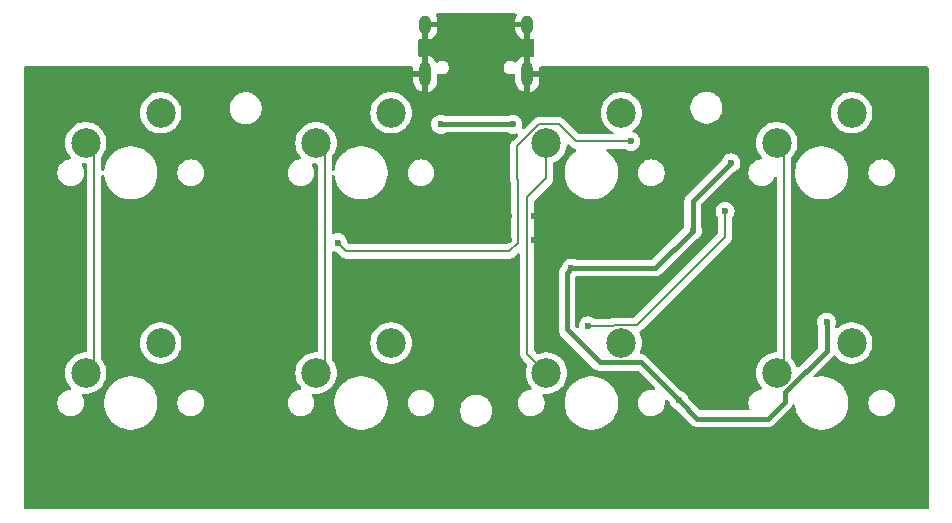
<source format=gbr>
G04 #@! TF.GenerationSoftware,KiCad,Pcbnew,8.0.6*
G04 #@! TF.CreationDate,2025-01-18T20:04:13+00:00*
G04 #@! TF.ProjectId,macro-keyboard,6d616372-6f2d-46b6-9579-626f6172642e,rev?*
G04 #@! TF.SameCoordinates,Original*
G04 #@! TF.FileFunction,Copper,L1,Top*
G04 #@! TF.FilePolarity,Positive*
%FSLAX46Y46*%
G04 Gerber Fmt 4.6, Leading zero omitted, Abs format (unit mm)*
G04 Created by KiCad (PCBNEW 8.0.6) date 2025-01-18 20:04:13*
%MOMM*%
%LPD*%
G01*
G04 APERTURE LIST*
G04 #@! TA.AperFunction,ComponentPad*
%ADD10C,2.500000*%
G04 #@! TD*
G04 #@! TA.AperFunction,ComponentPad*
%ADD11O,1.000000X1.600000*%
G04 #@! TD*
G04 #@! TA.AperFunction,ComponentPad*
%ADD12O,1.000000X2.100000*%
G04 #@! TD*
G04 #@! TA.AperFunction,ViaPad*
%ADD13C,0.600000*%
G04 #@! TD*
G04 #@! TA.AperFunction,Conductor*
%ADD14C,0.381000*%
G04 #@! TD*
G04 #@! TA.AperFunction,Conductor*
%ADD15C,0.200000*%
G04 #@! TD*
G04 APERTURE END LIST*
D10*
X113373623Y-105793623D03*
X119723623Y-103253623D03*
X132873623Y-105793623D03*
X139223623Y-103253623D03*
X171873623Y-86293623D03*
X178223623Y-83753623D03*
X113373623Y-86293623D03*
X119723623Y-83753623D03*
X152373623Y-105793623D03*
X158723623Y-103253623D03*
X171873623Y-105793623D03*
X178223623Y-103253623D03*
X152373623Y-86293623D03*
X158723623Y-83753623D03*
X132873623Y-86293623D03*
X139223623Y-83753623D03*
D11*
X142113623Y-76283623D03*
D12*
X142113623Y-80463623D03*
D11*
X150753623Y-76283623D03*
D12*
X150753623Y-80463623D03*
D13*
X151350000Y-94500000D03*
X149250000Y-92500000D03*
X151350000Y-92500000D03*
X149250000Y-94500000D03*
X164750000Y-93750000D03*
X176100000Y-101500000D03*
X154500000Y-96900000D03*
X163600000Y-108100000D03*
X168000000Y-88000000D03*
X159516377Y-86183623D03*
X134700000Y-94750000D03*
X149533623Y-84733623D03*
X143424123Y-84733623D03*
X155923298Y-101796800D03*
X167500000Y-92100000D03*
D14*
X160394123Y-104894123D02*
X163600000Y-108100000D01*
X164750000Y-91250000D02*
X168000000Y-88000000D01*
X154500000Y-96900000D02*
X154100000Y-97300000D01*
X154100000Y-102100000D02*
X156894123Y-104894123D01*
X154100000Y-97300000D02*
X154100000Y-102100000D01*
X171148521Y-109649123D02*
X172553141Y-108244503D01*
X156894123Y-104894123D02*
X160394123Y-104894123D01*
X172553141Y-107434123D02*
X176100000Y-103887264D01*
X161600000Y-96900000D02*
X164750000Y-93750000D01*
X165149123Y-109649123D02*
X171148521Y-109649123D01*
X176100000Y-103887264D02*
X176100000Y-101500000D01*
X172553141Y-108244503D02*
X172553141Y-107434123D01*
X164750000Y-93750000D02*
X164750000Y-91250000D01*
X154500000Y-96900000D02*
X161600000Y-96900000D01*
X163600000Y-108100000D02*
X165149123Y-109649123D01*
D15*
X149878623Y-89341035D02*
X149878623Y-86596591D01*
X153443623Y-84743623D02*
X154883623Y-86183623D01*
X149250000Y-95500000D02*
X150000000Y-94750000D01*
X151731591Y-84743623D02*
X153443623Y-84743623D01*
X150000000Y-89462412D02*
X149878623Y-89341035D01*
X150000000Y-94750000D02*
X150000000Y-89462412D01*
X149878623Y-86596591D02*
X151731591Y-84743623D01*
X134700000Y-94750000D02*
X135450000Y-95500000D01*
X154883623Y-86183623D02*
X159516377Y-86183623D01*
X135450000Y-95500000D02*
X149250000Y-95500000D01*
D14*
X149533623Y-84733623D02*
X143424123Y-84733623D01*
D15*
X160046377Y-101703623D02*
X167500000Y-94250000D01*
X155923298Y-101796800D02*
X157988414Y-101796800D01*
X158081591Y-101703623D02*
X160046377Y-101703623D01*
X167500000Y-94250000D02*
X167500000Y-92100000D01*
X157988414Y-101796800D02*
X158081591Y-101703623D01*
X114100000Y-87020000D02*
X113373623Y-86293623D01*
X113373623Y-105793623D02*
X114100000Y-105067246D01*
X114100000Y-105067246D02*
X114100000Y-87020000D01*
X132873623Y-105793623D02*
X133600000Y-105067246D01*
X133600000Y-87020000D02*
X132873623Y-86293623D01*
X133600000Y-105067246D02*
X133600000Y-87020000D01*
X152373623Y-89296035D02*
X150750000Y-90919658D01*
X152373623Y-86293623D02*
X152373623Y-89296035D01*
X150750000Y-90919658D02*
X150750000Y-104170000D01*
X150750000Y-104170000D02*
X152373623Y-105793623D01*
X171873623Y-86293623D02*
X172500000Y-86920000D01*
X172500000Y-105167246D02*
X171873623Y-105793623D01*
X172500000Y-86920000D02*
X172500000Y-105167246D01*
G04 #@! TA.AperFunction,Conductor*
G36*
X149821722Y-75353808D02*
G01*
X149867477Y-75406612D01*
X149877421Y-75475770D01*
X149869244Y-75505576D01*
X149792052Y-75691933D01*
X149792050Y-75691941D01*
X149753623Y-75885127D01*
X149753623Y-76033623D01*
X150453623Y-76033623D01*
X150453623Y-76533623D01*
X149753623Y-76533623D01*
X149753623Y-76682118D01*
X149792050Y-76875304D01*
X149792053Y-76875316D01*
X149867430Y-77057294D01*
X149867437Y-77057307D01*
X149976871Y-77221085D01*
X149976874Y-77221089D01*
X150116156Y-77360371D01*
X150116160Y-77360374D01*
X150279938Y-77469808D01*
X150279951Y-77469815D01*
X150461931Y-77545192D01*
X150503623Y-77553485D01*
X150503623Y-76750611D01*
X150513563Y-76767828D01*
X150569418Y-76823683D01*
X150637827Y-76863179D01*
X150714127Y-76883623D01*
X150793119Y-76883623D01*
X150869419Y-76863179D01*
X150937828Y-76823683D01*
X150993683Y-76767828D01*
X151003623Y-76750611D01*
X151003623Y-77553485D01*
X151045313Y-77545192D01*
X151045315Y-77545192D01*
X151161671Y-77496997D01*
X151231140Y-77489528D01*
X151293619Y-77520803D01*
X151329271Y-77580893D01*
X151333123Y-77611558D01*
X151333123Y-78885687D01*
X151313438Y-78952726D01*
X151260634Y-78998481D01*
X151191476Y-79008425D01*
X151161671Y-79000248D01*
X151045314Y-78952052D01*
X151045306Y-78952050D01*
X151003623Y-78943758D01*
X151003623Y-79746634D01*
X150993683Y-79729418D01*
X150937828Y-79673563D01*
X150869419Y-79634067D01*
X150793119Y-79613623D01*
X150714127Y-79613623D01*
X150637827Y-79634067D01*
X150569418Y-79673563D01*
X150513563Y-79729418D01*
X150503623Y-79746634D01*
X150503623Y-78943759D01*
X150503622Y-78943758D01*
X150461939Y-78952050D01*
X150461931Y-78952052D01*
X150279951Y-79027430D01*
X150279938Y-79027437D01*
X150116160Y-79136871D01*
X150116156Y-79136874D01*
X149976871Y-79276159D01*
X149864050Y-79445010D01*
X149862626Y-79444058D01*
X149819365Y-79488074D01*
X149751223Y-79503515D01*
X149685550Y-79479664D01*
X149683530Y-79477929D01*
X149683434Y-79478055D01*
X149676990Y-79473110D01*
X149676988Y-79473108D01*
X149611373Y-79435225D01*
X149545759Y-79397342D01*
X149472573Y-79377732D01*
X149399389Y-79358123D01*
X149247857Y-79358123D01*
X149101486Y-79397342D01*
X148970258Y-79473108D01*
X148970255Y-79473110D01*
X148863110Y-79580255D01*
X148863108Y-79580258D01*
X148787342Y-79711486D01*
X148748123Y-79857857D01*
X148748123Y-80009388D01*
X148787342Y-80155759D01*
X148825225Y-80221373D01*
X148863108Y-80286988D01*
X148970258Y-80394138D01*
X149101488Y-80469904D01*
X149247857Y-80509123D01*
X149247859Y-80509123D01*
X149399387Y-80509123D01*
X149399389Y-80509123D01*
X149545758Y-80469904D01*
X149567622Y-80457280D01*
X149635520Y-80440807D01*
X149701548Y-80463658D01*
X149744740Y-80518578D01*
X149753623Y-80564667D01*
X149753623Y-81112118D01*
X149792050Y-81305304D01*
X149792053Y-81305316D01*
X149867430Y-81487294D01*
X149867437Y-81487307D01*
X149976871Y-81651085D01*
X149976874Y-81651089D01*
X150116156Y-81790371D01*
X150116160Y-81790374D01*
X150279938Y-81899808D01*
X150279951Y-81899815D01*
X150461931Y-81975192D01*
X150503623Y-81983485D01*
X150503623Y-81180611D01*
X150513563Y-81197828D01*
X150569418Y-81253683D01*
X150637827Y-81293179D01*
X150714127Y-81313623D01*
X150793119Y-81313623D01*
X150869419Y-81293179D01*
X150937828Y-81253683D01*
X150993683Y-81197828D01*
X151003623Y-81180611D01*
X151003623Y-81983485D01*
X151045313Y-81975192D01*
X151045315Y-81975192D01*
X151227294Y-81899815D01*
X151227307Y-81899808D01*
X151391085Y-81790374D01*
X151391089Y-81790371D01*
X151530371Y-81651089D01*
X151530374Y-81651085D01*
X151639808Y-81487307D01*
X151639815Y-81487294D01*
X151715192Y-81305316D01*
X151715195Y-81305304D01*
X151753622Y-81112118D01*
X151753623Y-81112115D01*
X151753623Y-80713623D01*
X151053623Y-80713623D01*
X151053623Y-80213623D01*
X151753623Y-80213623D01*
X151753623Y-79958123D01*
X151773308Y-79891084D01*
X151826112Y-79845329D01*
X151877623Y-79834123D01*
X184609123Y-79834123D01*
X184676162Y-79853808D01*
X184721917Y-79906612D01*
X184733123Y-79958123D01*
X184733123Y-117209123D01*
X184713438Y-117276162D01*
X184660634Y-117321917D01*
X184609123Y-117333123D01*
X108258123Y-117333123D01*
X108191084Y-117313438D01*
X108145329Y-117260634D01*
X108134123Y-117209123D01*
X108134123Y-88745044D01*
X110978123Y-88745044D01*
X110978123Y-88922201D01*
X111005837Y-89097179D01*
X111060579Y-89265662D01*
X111060580Y-89265665D01*
X111116336Y-89375090D01*
X111141009Y-89423513D01*
X111245140Y-89566837D01*
X111370409Y-89692106D01*
X111513733Y-89796237D01*
X111582200Y-89831123D01*
X111671580Y-89876665D01*
X111671583Y-89876666D01*
X111755824Y-89904037D01*
X111840068Y-89931409D01*
X112015044Y-89959123D01*
X112015045Y-89959123D01*
X112192201Y-89959123D01*
X112192202Y-89959123D01*
X112367178Y-89931409D01*
X112535665Y-89876665D01*
X112693513Y-89796237D01*
X112836837Y-89692106D01*
X112962106Y-89566837D01*
X113066237Y-89423513D01*
X113146665Y-89265665D01*
X113201409Y-89097178D01*
X113229123Y-88922202D01*
X113229123Y-88745044D01*
X113201409Y-88570068D01*
X113146665Y-88401581D01*
X113146665Y-88401580D01*
X113118813Y-88346918D01*
X113066237Y-88243733D01*
X113065152Y-88242240D01*
X113055825Y-88229401D01*
X113032345Y-88163595D01*
X113048171Y-88095541D01*
X113098277Y-88046846D01*
X113166755Y-88032971D01*
X113174615Y-88033899D01*
X113242441Y-88044123D01*
X113375500Y-88044123D01*
X113442539Y-88063808D01*
X113488294Y-88116612D01*
X113499500Y-88168123D01*
X113499500Y-103919123D01*
X113479815Y-103986162D01*
X113427011Y-104031917D01*
X113375500Y-104043123D01*
X113242435Y-104043123D01*
X113080870Y-104067476D01*
X112983008Y-104082227D01*
X112983005Y-104082228D01*
X112982999Y-104082229D01*
X112732296Y-104159561D01*
X112495926Y-104273390D01*
X112495925Y-104273391D01*
X112495919Y-104273394D01*
X112495919Y-104273395D01*
X112483640Y-104281767D01*
X112279143Y-104421190D01*
X112086821Y-104599637D01*
X111923237Y-104804766D01*
X111792055Y-105031979D01*
X111696205Y-105276201D01*
X111696199Y-105276220D01*
X111637820Y-105531997D01*
X111637819Y-105532002D01*
X111618215Y-105793618D01*
X111618215Y-105793627D01*
X111637819Y-106055243D01*
X111637820Y-106055248D01*
X111696199Y-106311025D01*
X111696201Y-106311034D01*
X111696203Y-106311039D01*
X111792055Y-106555266D01*
X111923237Y-106782480D01*
X111974356Y-106846581D01*
X112086820Y-106987607D01*
X112093000Y-106993340D01*
X112128756Y-107053367D01*
X112126383Y-107123197D01*
X112086634Y-107180658D01*
X112022129Y-107207507D01*
X112018411Y-107207857D01*
X112015051Y-107208121D01*
X111840066Y-107235837D01*
X111671583Y-107290579D01*
X111671580Y-107290580D01*
X111513732Y-107371009D01*
X111435727Y-107427684D01*
X111370409Y-107475140D01*
X111370407Y-107475142D01*
X111370406Y-107475142D01*
X111245142Y-107600406D01*
X111245142Y-107600407D01*
X111245140Y-107600409D01*
X111227637Y-107624500D01*
X111141009Y-107743732D01*
X111060580Y-107901580D01*
X111060579Y-107901583D01*
X111005837Y-108070066D01*
X110978123Y-108245044D01*
X110978123Y-108422201D01*
X111005837Y-108597179D01*
X111060579Y-108765662D01*
X111060580Y-108765665D01*
X111134755Y-108911239D01*
X111141009Y-108923513D01*
X111245140Y-109066837D01*
X111370409Y-109192106D01*
X111513733Y-109296237D01*
X111582200Y-109331123D01*
X111671580Y-109376665D01*
X111671583Y-109376666D01*
X111755824Y-109404037D01*
X111840068Y-109431409D01*
X112015044Y-109459123D01*
X112015045Y-109459123D01*
X112192201Y-109459123D01*
X112192202Y-109459123D01*
X112367178Y-109431409D01*
X112535665Y-109376665D01*
X112693513Y-109296237D01*
X112836837Y-109192106D01*
X112962106Y-109066837D01*
X113066237Y-108923513D01*
X113146665Y-108765665D01*
X113201409Y-108597178D01*
X113229123Y-108422202D01*
X113229123Y-108245044D01*
X113219788Y-108186109D01*
X114933123Y-108186109D01*
X114933123Y-108481136D01*
X114956508Y-108658757D01*
X114971630Y-108773616D01*
X115021068Y-108958123D01*
X115047984Y-109058574D01*
X115047987Y-109058584D01*
X115160877Y-109331123D01*
X115160881Y-109331133D01*
X115308384Y-109586616D01*
X115487975Y-109820663D01*
X115487981Y-109820670D01*
X115696575Y-110029264D01*
X115696582Y-110029270D01*
X115930629Y-110208861D01*
X116186112Y-110356364D01*
X116186113Y-110356364D01*
X116186116Y-110356366D01*
X116458671Y-110469262D01*
X116743630Y-110545616D01*
X117036117Y-110584123D01*
X117036124Y-110584123D01*
X117331122Y-110584123D01*
X117331129Y-110584123D01*
X117623616Y-110545616D01*
X117908575Y-110469262D01*
X118181130Y-110356366D01*
X118436617Y-110208861D01*
X118670665Y-110029269D01*
X118879269Y-109820665D01*
X119058861Y-109586617D01*
X119206366Y-109331130D01*
X119319262Y-109058575D01*
X119395616Y-108773616D01*
X119434123Y-108481129D01*
X119434123Y-108245044D01*
X121138123Y-108245044D01*
X121138123Y-108422201D01*
X121165837Y-108597179D01*
X121220579Y-108765662D01*
X121220580Y-108765665D01*
X121294755Y-108911239D01*
X121301009Y-108923513D01*
X121405140Y-109066837D01*
X121530409Y-109192106D01*
X121673733Y-109296237D01*
X121742200Y-109331123D01*
X121831580Y-109376665D01*
X121831583Y-109376666D01*
X121915824Y-109404037D01*
X122000068Y-109431409D01*
X122175044Y-109459123D01*
X122175045Y-109459123D01*
X122352201Y-109459123D01*
X122352202Y-109459123D01*
X122527178Y-109431409D01*
X122695665Y-109376665D01*
X122853513Y-109296237D01*
X122996837Y-109192106D01*
X123122106Y-109066837D01*
X123226237Y-108923513D01*
X123306665Y-108765665D01*
X123361409Y-108597178D01*
X123389123Y-108422202D01*
X123389123Y-108245044D01*
X123361409Y-108070068D01*
X123306665Y-107901581D01*
X123306665Y-107901580D01*
X123265071Y-107819949D01*
X123226237Y-107743733D01*
X123122106Y-107600409D01*
X122996837Y-107475140D01*
X122853513Y-107371009D01*
X122695665Y-107290580D01*
X122695662Y-107290579D01*
X122527179Y-107235837D01*
X122425232Y-107219690D01*
X122352202Y-107208123D01*
X122175044Y-107208123D01*
X122116718Y-107217361D01*
X122000066Y-107235837D01*
X121831583Y-107290579D01*
X121831580Y-107290580D01*
X121673732Y-107371009D01*
X121595727Y-107427684D01*
X121530409Y-107475140D01*
X121530407Y-107475142D01*
X121530406Y-107475142D01*
X121405142Y-107600406D01*
X121405142Y-107600407D01*
X121405140Y-107600409D01*
X121387637Y-107624500D01*
X121301009Y-107743732D01*
X121220580Y-107901580D01*
X121220579Y-107901583D01*
X121165837Y-108070066D01*
X121138123Y-108245044D01*
X119434123Y-108245044D01*
X119434123Y-108186117D01*
X119395616Y-107893630D01*
X119319262Y-107608671D01*
X119314733Y-107597738D01*
X119263952Y-107475142D01*
X119206366Y-107336116D01*
X119197877Y-107321413D01*
X119058861Y-107080629D01*
X118879270Y-106846582D01*
X118879264Y-106846575D01*
X118670670Y-106637981D01*
X118670663Y-106637975D01*
X118436616Y-106458384D01*
X118181133Y-106310881D01*
X118181123Y-106310877D01*
X117908584Y-106197987D01*
X117908577Y-106197985D01*
X117908575Y-106197984D01*
X117623616Y-106121630D01*
X117574736Y-106115194D01*
X117331136Y-106083123D01*
X117331129Y-106083123D01*
X117036117Y-106083123D01*
X117036109Y-106083123D01*
X116757708Y-106119776D01*
X116743630Y-106121630D01*
X116458671Y-106197984D01*
X116458661Y-106197987D01*
X116186122Y-106310877D01*
X116186112Y-106310881D01*
X115930629Y-106458384D01*
X115696582Y-106637975D01*
X115696575Y-106637981D01*
X115487981Y-106846575D01*
X115487975Y-106846582D01*
X115308384Y-107080629D01*
X115160881Y-107336112D01*
X115160877Y-107336122D01*
X115047987Y-107608661D01*
X115047984Y-107608671D01*
X115011795Y-107743733D01*
X114971631Y-107893627D01*
X114971629Y-107893638D01*
X114933123Y-108186109D01*
X113219788Y-108186109D01*
X113201409Y-108070068D01*
X113146665Y-107901581D01*
X113146665Y-107901580D01*
X113105071Y-107819949D01*
X113066237Y-107743733D01*
X113065152Y-107742240D01*
X113055825Y-107729401D01*
X113032345Y-107663595D01*
X113048171Y-107595541D01*
X113098277Y-107546846D01*
X113166755Y-107532971D01*
X113174615Y-107533899D01*
X113242441Y-107544123D01*
X113504805Y-107544123D01*
X113764238Y-107505019D01*
X114014946Y-107427686D01*
X114216219Y-107330758D01*
X114251319Y-107313855D01*
X114251319Y-107313854D01*
X114251327Y-107313851D01*
X114468102Y-107166056D01*
X114660428Y-106987604D01*
X114824009Y-106782480D01*
X114955191Y-106555266D01*
X115051043Y-106311039D01*
X115109425Y-106055253D01*
X115129031Y-105793623D01*
X115113406Y-105585123D01*
X115109426Y-105532002D01*
X115109425Y-105531997D01*
X115109425Y-105531993D01*
X115051043Y-105276207D01*
X114955191Y-105031980D01*
X114824009Y-104804766D01*
X114824006Y-104804762D01*
X114727553Y-104683812D01*
X114701144Y-104619125D01*
X114700500Y-104606500D01*
X114700500Y-103253618D01*
X117968215Y-103253618D01*
X117968215Y-103253627D01*
X117987819Y-103515243D01*
X117987820Y-103515248D01*
X118046199Y-103771025D01*
X118046201Y-103771034D01*
X118046203Y-103771039D01*
X118142055Y-104015266D01*
X118273237Y-104242480D01*
X118400279Y-104401785D01*
X118436821Y-104447608D01*
X118540748Y-104544037D01*
X118629144Y-104626056D01*
X118845919Y-104773851D01*
X118845924Y-104773853D01*
X118845925Y-104773854D01*
X118845926Y-104773855D01*
X118971466Y-104834311D01*
X119082296Y-104887684D01*
X119082297Y-104887684D01*
X119082300Y-104887686D01*
X119333008Y-104965019D01*
X119592441Y-105004123D01*
X119854805Y-105004123D01*
X120114238Y-104965019D01*
X120364946Y-104887686D01*
X120601327Y-104773851D01*
X120818102Y-104626056D01*
X121010428Y-104447604D01*
X121174009Y-104242480D01*
X121305191Y-104015266D01*
X121401043Y-103771039D01*
X121459425Y-103515253D01*
X121479031Y-103253623D01*
X121459425Y-102991993D01*
X121401043Y-102736207D01*
X121305191Y-102491980D01*
X121174009Y-102264766D01*
X121010428Y-102059642D01*
X121010427Y-102059641D01*
X121010424Y-102059637D01*
X120818102Y-101881190D01*
X120772497Y-101850097D01*
X120601327Y-101733395D01*
X120601323Y-101733393D01*
X120601320Y-101733391D01*
X120601319Y-101733390D01*
X120364948Y-101619561D01*
X120364950Y-101619561D01*
X120114246Y-101542229D01*
X120114242Y-101542228D01*
X120114238Y-101542227D01*
X119989446Y-101523417D01*
X119854810Y-101503123D01*
X119854805Y-101503123D01*
X119592441Y-101503123D01*
X119592435Y-101503123D01*
X119430870Y-101527476D01*
X119333008Y-101542227D01*
X119333005Y-101542228D01*
X119332999Y-101542229D01*
X119082296Y-101619561D01*
X118845926Y-101733390D01*
X118845925Y-101733391D01*
X118629143Y-101881190D01*
X118436821Y-102059637D01*
X118273237Y-102264766D01*
X118142055Y-102491979D01*
X118046205Y-102736201D01*
X118046199Y-102736220D01*
X117987820Y-102991997D01*
X117987819Y-102992002D01*
X117968215Y-103253618D01*
X114700500Y-103253618D01*
X114700500Y-89106054D01*
X114720185Y-89039015D01*
X114772989Y-88993260D01*
X114842147Y-88983316D01*
X114905703Y-89012341D01*
X114943477Y-89071119D01*
X114947439Y-89089869D01*
X114971628Y-89273605D01*
X114971629Y-89273610D01*
X114971630Y-89273616D01*
X115039745Y-89527825D01*
X115047984Y-89558574D01*
X115047987Y-89558584D01*
X115160877Y-89831123D01*
X115160881Y-89831133D01*
X115308384Y-90086616D01*
X115487975Y-90320663D01*
X115487981Y-90320670D01*
X115696575Y-90529264D01*
X115696582Y-90529270D01*
X115930629Y-90708861D01*
X116186112Y-90856364D01*
X116186113Y-90856364D01*
X116186116Y-90856366D01*
X116458671Y-90969262D01*
X116743630Y-91045616D01*
X117036117Y-91084123D01*
X117036124Y-91084123D01*
X117331122Y-91084123D01*
X117331129Y-91084123D01*
X117623616Y-91045616D01*
X117908575Y-90969262D01*
X118181130Y-90856366D01*
X118436617Y-90708861D01*
X118670665Y-90529269D01*
X118879269Y-90320665D01*
X119058861Y-90086617D01*
X119206366Y-89831130D01*
X119319262Y-89558575D01*
X119395616Y-89273616D01*
X119434123Y-88981129D01*
X119434123Y-88745044D01*
X121138123Y-88745044D01*
X121138123Y-88922201D01*
X121165837Y-89097179D01*
X121220579Y-89265662D01*
X121220580Y-89265665D01*
X121276336Y-89375090D01*
X121301009Y-89423513D01*
X121405140Y-89566837D01*
X121530409Y-89692106D01*
X121673733Y-89796237D01*
X121742200Y-89831123D01*
X121831580Y-89876665D01*
X121831583Y-89876666D01*
X121915824Y-89904037D01*
X122000068Y-89931409D01*
X122175044Y-89959123D01*
X122175045Y-89959123D01*
X122352201Y-89959123D01*
X122352202Y-89959123D01*
X122527178Y-89931409D01*
X122695665Y-89876665D01*
X122853513Y-89796237D01*
X122996837Y-89692106D01*
X123122106Y-89566837D01*
X123226237Y-89423513D01*
X123306665Y-89265665D01*
X123361409Y-89097178D01*
X123389123Y-88922202D01*
X123389123Y-88745044D01*
X130478123Y-88745044D01*
X130478123Y-88922201D01*
X130505837Y-89097179D01*
X130560579Y-89265662D01*
X130560580Y-89265665D01*
X130616336Y-89375090D01*
X130641009Y-89423513D01*
X130745140Y-89566837D01*
X130870409Y-89692106D01*
X131013733Y-89796237D01*
X131082200Y-89831123D01*
X131171580Y-89876665D01*
X131171583Y-89876666D01*
X131255824Y-89904037D01*
X131340068Y-89931409D01*
X131515044Y-89959123D01*
X131515045Y-89959123D01*
X131692201Y-89959123D01*
X131692202Y-89959123D01*
X131867178Y-89931409D01*
X132035665Y-89876665D01*
X132193513Y-89796237D01*
X132336837Y-89692106D01*
X132462106Y-89566837D01*
X132566237Y-89423513D01*
X132646665Y-89265665D01*
X132701409Y-89097178D01*
X132729123Y-88922202D01*
X132729123Y-88745044D01*
X132701409Y-88570068D01*
X132646665Y-88401581D01*
X132646665Y-88401580D01*
X132618813Y-88346918D01*
X132566237Y-88243733D01*
X132565152Y-88242240D01*
X132555825Y-88229401D01*
X132532345Y-88163595D01*
X132548171Y-88095541D01*
X132598277Y-88046846D01*
X132666755Y-88032971D01*
X132674615Y-88033899D01*
X132742441Y-88044123D01*
X132875500Y-88044123D01*
X132942539Y-88063808D01*
X132988294Y-88116612D01*
X132999500Y-88168123D01*
X132999500Y-103919123D01*
X132979815Y-103986162D01*
X132927011Y-104031917D01*
X132875500Y-104043123D01*
X132742435Y-104043123D01*
X132580870Y-104067476D01*
X132483008Y-104082227D01*
X132483005Y-104082228D01*
X132482999Y-104082229D01*
X132232296Y-104159561D01*
X131995926Y-104273390D01*
X131995925Y-104273391D01*
X131995919Y-104273394D01*
X131995919Y-104273395D01*
X131983640Y-104281767D01*
X131779143Y-104421190D01*
X131586821Y-104599637D01*
X131423237Y-104804766D01*
X131292055Y-105031979D01*
X131196205Y-105276201D01*
X131196199Y-105276220D01*
X131137820Y-105531997D01*
X131137819Y-105532002D01*
X131118215Y-105793618D01*
X131118215Y-105793627D01*
X131137819Y-106055243D01*
X131137820Y-106055248D01*
X131196199Y-106311025D01*
X131196201Y-106311034D01*
X131196203Y-106311039D01*
X131292055Y-106555266D01*
X131423237Y-106782480D01*
X131474356Y-106846581D01*
X131586820Y-106987607D01*
X131593000Y-106993340D01*
X131628756Y-107053367D01*
X131626383Y-107123197D01*
X131586634Y-107180658D01*
X131522129Y-107207507D01*
X131518411Y-107207857D01*
X131515051Y-107208121D01*
X131340066Y-107235837D01*
X131171583Y-107290579D01*
X131171580Y-107290580D01*
X131013732Y-107371009D01*
X130935727Y-107427684D01*
X130870409Y-107475140D01*
X130870407Y-107475142D01*
X130870406Y-107475142D01*
X130745142Y-107600406D01*
X130745142Y-107600407D01*
X130745140Y-107600409D01*
X130727637Y-107624500D01*
X130641009Y-107743732D01*
X130560580Y-107901580D01*
X130560579Y-107901583D01*
X130505837Y-108070066D01*
X130478123Y-108245044D01*
X130478123Y-108422201D01*
X130505837Y-108597179D01*
X130560579Y-108765662D01*
X130560580Y-108765665D01*
X130634755Y-108911239D01*
X130641009Y-108923513D01*
X130745140Y-109066837D01*
X130870409Y-109192106D01*
X131013733Y-109296237D01*
X131082200Y-109331123D01*
X131171580Y-109376665D01*
X131171583Y-109376666D01*
X131255824Y-109404037D01*
X131340068Y-109431409D01*
X131515044Y-109459123D01*
X131515045Y-109459123D01*
X131692201Y-109459123D01*
X131692202Y-109459123D01*
X131867178Y-109431409D01*
X132035665Y-109376665D01*
X132193513Y-109296237D01*
X132336837Y-109192106D01*
X132462106Y-109066837D01*
X132566237Y-108923513D01*
X132646665Y-108765665D01*
X132701409Y-108597178D01*
X132729123Y-108422202D01*
X132729123Y-108245044D01*
X132719788Y-108186109D01*
X134433123Y-108186109D01*
X134433123Y-108481136D01*
X134456508Y-108658757D01*
X134471630Y-108773616D01*
X134521068Y-108958123D01*
X134547984Y-109058574D01*
X134547987Y-109058584D01*
X134660877Y-109331123D01*
X134660881Y-109331133D01*
X134808384Y-109586616D01*
X134987975Y-109820663D01*
X134987981Y-109820670D01*
X135196575Y-110029264D01*
X135196582Y-110029270D01*
X135430629Y-110208861D01*
X135686112Y-110356364D01*
X135686113Y-110356364D01*
X135686116Y-110356366D01*
X135958671Y-110469262D01*
X136243630Y-110545616D01*
X136536117Y-110584123D01*
X136536124Y-110584123D01*
X136831122Y-110584123D01*
X136831129Y-110584123D01*
X137123616Y-110545616D01*
X137408575Y-110469262D01*
X137681130Y-110356366D01*
X137936617Y-110208861D01*
X138170665Y-110029269D01*
X138379269Y-109820665D01*
X138558861Y-109586617D01*
X138706366Y-109331130D01*
X138819262Y-109058575D01*
X138895616Y-108773616D01*
X138934123Y-108481129D01*
X138934123Y-108245044D01*
X140638123Y-108245044D01*
X140638123Y-108422201D01*
X140665837Y-108597179D01*
X140720579Y-108765662D01*
X140720580Y-108765665D01*
X140794755Y-108911239D01*
X140801009Y-108923513D01*
X140905140Y-109066837D01*
X141030409Y-109192106D01*
X141173733Y-109296237D01*
X141242200Y-109331123D01*
X141331580Y-109376665D01*
X141331583Y-109376666D01*
X141415824Y-109404037D01*
X141500068Y-109431409D01*
X141675044Y-109459123D01*
X141675045Y-109459123D01*
X141852201Y-109459123D01*
X141852202Y-109459123D01*
X142027178Y-109431409D01*
X142195665Y-109376665D01*
X142353513Y-109296237D01*
X142496837Y-109192106D01*
X142622106Y-109066837D01*
X142726237Y-108923513D01*
X142754159Y-108868713D01*
X145074500Y-108868713D01*
X145074500Y-109081287D01*
X145107754Y-109291243D01*
X145135509Y-109376665D01*
X145173444Y-109493414D01*
X145269951Y-109682820D01*
X145394890Y-109854786D01*
X145545213Y-110005109D01*
X145717179Y-110130048D01*
X145717181Y-110130049D01*
X145717184Y-110130051D01*
X145906588Y-110226557D01*
X146108757Y-110292246D01*
X146318713Y-110325500D01*
X146318714Y-110325500D01*
X146531286Y-110325500D01*
X146531287Y-110325500D01*
X146741243Y-110292246D01*
X146943412Y-110226557D01*
X147132816Y-110130051D01*
X147154789Y-110114086D01*
X147304786Y-110005109D01*
X147304788Y-110005106D01*
X147304792Y-110005104D01*
X147455104Y-109854792D01*
X147455106Y-109854788D01*
X147455109Y-109854786D01*
X147580048Y-109682820D01*
X147580047Y-109682820D01*
X147580051Y-109682816D01*
X147676557Y-109493412D01*
X147742246Y-109291243D01*
X147775500Y-109081287D01*
X147775500Y-108868713D01*
X147742246Y-108658757D01*
X147676557Y-108456588D01*
X147580051Y-108267184D01*
X147580049Y-108267181D01*
X147580048Y-108267179D01*
X147455109Y-108095213D01*
X147304786Y-107944890D01*
X147132820Y-107819951D01*
X146943414Y-107723444D01*
X146943413Y-107723443D01*
X146943412Y-107723443D01*
X146741243Y-107657754D01*
X146741241Y-107657753D01*
X146741240Y-107657753D01*
X146579957Y-107632208D01*
X146531287Y-107624500D01*
X146318713Y-107624500D01*
X146270042Y-107632208D01*
X146108760Y-107657753D01*
X145906585Y-107723444D01*
X145717179Y-107819951D01*
X145545213Y-107944890D01*
X145394890Y-108095213D01*
X145269951Y-108267179D01*
X145173444Y-108456585D01*
X145107753Y-108658760D01*
X145078018Y-108846499D01*
X145074500Y-108868713D01*
X142754159Y-108868713D01*
X142806665Y-108765665D01*
X142861409Y-108597178D01*
X142889123Y-108422202D01*
X142889123Y-108245044D01*
X142861409Y-108070068D01*
X142806665Y-107901581D01*
X142806665Y-107901580D01*
X142765071Y-107819949D01*
X142726237Y-107743733D01*
X142622106Y-107600409D01*
X142496837Y-107475140D01*
X142353513Y-107371009D01*
X142195665Y-107290580D01*
X142195662Y-107290579D01*
X142027179Y-107235837D01*
X141925232Y-107219690D01*
X141852202Y-107208123D01*
X141675044Y-107208123D01*
X141616718Y-107217361D01*
X141500066Y-107235837D01*
X141331583Y-107290579D01*
X141331580Y-107290580D01*
X141173732Y-107371009D01*
X141095727Y-107427684D01*
X141030409Y-107475140D01*
X141030407Y-107475142D01*
X141030406Y-107475142D01*
X140905142Y-107600406D01*
X140905142Y-107600407D01*
X140905140Y-107600409D01*
X140887637Y-107624500D01*
X140801009Y-107743732D01*
X140720580Y-107901580D01*
X140720579Y-107901583D01*
X140665837Y-108070066D01*
X140638123Y-108245044D01*
X138934123Y-108245044D01*
X138934123Y-108186117D01*
X138895616Y-107893630D01*
X138819262Y-107608671D01*
X138814733Y-107597738D01*
X138763952Y-107475142D01*
X138706366Y-107336116D01*
X138697877Y-107321413D01*
X138558861Y-107080629D01*
X138379270Y-106846582D01*
X138379264Y-106846575D01*
X138170670Y-106637981D01*
X138170663Y-106637975D01*
X137936616Y-106458384D01*
X137681133Y-106310881D01*
X137681123Y-106310877D01*
X137408584Y-106197987D01*
X137408577Y-106197985D01*
X137408575Y-106197984D01*
X137123616Y-106121630D01*
X137074736Y-106115194D01*
X136831136Y-106083123D01*
X136831129Y-106083123D01*
X136536117Y-106083123D01*
X136536109Y-106083123D01*
X136257708Y-106119776D01*
X136243630Y-106121630D01*
X135958671Y-106197984D01*
X135958661Y-106197987D01*
X135686122Y-106310877D01*
X135686112Y-106310881D01*
X135430629Y-106458384D01*
X135196582Y-106637975D01*
X135196575Y-106637981D01*
X134987981Y-106846575D01*
X134987975Y-106846582D01*
X134808384Y-107080629D01*
X134660881Y-107336112D01*
X134660877Y-107336122D01*
X134547987Y-107608661D01*
X134547984Y-107608671D01*
X134511795Y-107743733D01*
X134471631Y-107893627D01*
X134471629Y-107893638D01*
X134433123Y-108186109D01*
X132719788Y-108186109D01*
X132701409Y-108070068D01*
X132646665Y-107901581D01*
X132646665Y-107901580D01*
X132605071Y-107819949D01*
X132566237Y-107743733D01*
X132565152Y-107742240D01*
X132555825Y-107729401D01*
X132532345Y-107663595D01*
X132548171Y-107595541D01*
X132598277Y-107546846D01*
X132666755Y-107532971D01*
X132674615Y-107533899D01*
X132742441Y-107544123D01*
X133004805Y-107544123D01*
X133264238Y-107505019D01*
X133514946Y-107427686D01*
X133716219Y-107330758D01*
X133751319Y-107313855D01*
X133751319Y-107313854D01*
X133751327Y-107313851D01*
X133968102Y-107166056D01*
X134160428Y-106987604D01*
X134324009Y-106782480D01*
X134455191Y-106555266D01*
X134551043Y-106311039D01*
X134609425Y-106055253D01*
X134629031Y-105793623D01*
X134613406Y-105585123D01*
X134609426Y-105532002D01*
X134609425Y-105531997D01*
X134609425Y-105531993D01*
X134551043Y-105276207D01*
X134455191Y-105031980D01*
X134324009Y-104804766D01*
X134324006Y-104804762D01*
X134227553Y-104683812D01*
X134201144Y-104619125D01*
X134200500Y-104606500D01*
X134200500Y-103253618D01*
X137468215Y-103253618D01*
X137468215Y-103253627D01*
X137487819Y-103515243D01*
X137487820Y-103515248D01*
X137546199Y-103771025D01*
X137546201Y-103771034D01*
X137546203Y-103771039D01*
X137642055Y-104015266D01*
X137773237Y-104242480D01*
X137900279Y-104401785D01*
X137936821Y-104447608D01*
X138040748Y-104544037D01*
X138129144Y-104626056D01*
X138345919Y-104773851D01*
X138345924Y-104773853D01*
X138345925Y-104773854D01*
X138345926Y-104773855D01*
X138471466Y-104834311D01*
X138582296Y-104887684D01*
X138582297Y-104887684D01*
X138582300Y-104887686D01*
X138833008Y-104965019D01*
X139092441Y-105004123D01*
X139354805Y-105004123D01*
X139614238Y-104965019D01*
X139864946Y-104887686D01*
X140101327Y-104773851D01*
X140318102Y-104626056D01*
X140510428Y-104447604D01*
X140674009Y-104242480D01*
X140805191Y-104015266D01*
X140901043Y-103771039D01*
X140959425Y-103515253D01*
X140979031Y-103253623D01*
X140959425Y-102991993D01*
X140901043Y-102736207D01*
X140805191Y-102491980D01*
X140674009Y-102264766D01*
X140510428Y-102059642D01*
X140510427Y-102059641D01*
X140510424Y-102059637D01*
X140318102Y-101881190D01*
X140272497Y-101850097D01*
X140101327Y-101733395D01*
X140101323Y-101733393D01*
X140101320Y-101733391D01*
X140101319Y-101733390D01*
X139864948Y-101619561D01*
X139864950Y-101619561D01*
X139614246Y-101542229D01*
X139614242Y-101542228D01*
X139614238Y-101542227D01*
X139489446Y-101523417D01*
X139354810Y-101503123D01*
X139354805Y-101503123D01*
X139092441Y-101503123D01*
X139092435Y-101503123D01*
X138930870Y-101527476D01*
X138833008Y-101542227D01*
X138833005Y-101542228D01*
X138832999Y-101542229D01*
X138582296Y-101619561D01*
X138345926Y-101733390D01*
X138345925Y-101733391D01*
X138129143Y-101881190D01*
X137936821Y-102059637D01*
X137773237Y-102264766D01*
X137642055Y-102491979D01*
X137546205Y-102736201D01*
X137546199Y-102736220D01*
X137487820Y-102991997D01*
X137487819Y-102992002D01*
X137468215Y-103253618D01*
X134200500Y-103253618D01*
X134200500Y-95598071D01*
X134220185Y-95531032D01*
X134272989Y-95485277D01*
X134342147Y-95475333D01*
X134365455Y-95481030D01*
X134520741Y-95535367D01*
X134520742Y-95535367D01*
X134520745Y-95535368D01*
X134607669Y-95545161D01*
X134672080Y-95572226D01*
X134681465Y-95580700D01*
X134965139Y-95864374D01*
X134965149Y-95864385D01*
X134969479Y-95868715D01*
X134969480Y-95868716D01*
X135081284Y-95980520D01*
X135168095Y-96030639D01*
X135168097Y-96030641D01*
X135206151Y-96052611D01*
X135218215Y-96059577D01*
X135370943Y-96100500D01*
X149163331Y-96100500D01*
X149163347Y-96100501D01*
X149170943Y-96100501D01*
X149329054Y-96100501D01*
X149329057Y-96100501D01*
X149481785Y-96059577D01*
X149531904Y-96030639D01*
X149618716Y-95980520D01*
X149730520Y-95868716D01*
X149730520Y-95868714D01*
X149740728Y-95858507D01*
X149740729Y-95858504D01*
X149937820Y-95661414D01*
X149999142Y-95627930D01*
X150068834Y-95632914D01*
X150124767Y-95674786D01*
X150149184Y-95740250D01*
X150149500Y-95749096D01*
X150149500Y-104083330D01*
X150149499Y-104083348D01*
X150149499Y-104249054D01*
X150149498Y-104249054D01*
X150190423Y-104401785D01*
X150201627Y-104421190D01*
X150201628Y-104421193D01*
X150269475Y-104538709D01*
X150269481Y-104538717D01*
X150388349Y-104657585D01*
X150388355Y-104657590D01*
X150726384Y-104995620D01*
X150759869Y-105056943D01*
X150754885Y-105126635D01*
X150754132Y-105128602D01*
X150696202Y-105276208D01*
X150637820Y-105531997D01*
X150637819Y-105532002D01*
X150618215Y-105793618D01*
X150618215Y-105793627D01*
X150637819Y-106055243D01*
X150637820Y-106055248D01*
X150696199Y-106311025D01*
X150696201Y-106311034D01*
X150696203Y-106311039D01*
X150792055Y-106555266D01*
X150923237Y-106782480D01*
X150974356Y-106846581D01*
X151086820Y-106987607D01*
X151093000Y-106993340D01*
X151128756Y-107053367D01*
X151126383Y-107123197D01*
X151086634Y-107180658D01*
X151022129Y-107207507D01*
X151018411Y-107207857D01*
X151015051Y-107208121D01*
X150840066Y-107235837D01*
X150671583Y-107290579D01*
X150671580Y-107290580D01*
X150513732Y-107371009D01*
X150435727Y-107427684D01*
X150370409Y-107475140D01*
X150370407Y-107475142D01*
X150370406Y-107475142D01*
X150245142Y-107600406D01*
X150245142Y-107600407D01*
X150245140Y-107600409D01*
X150227637Y-107624500D01*
X150141009Y-107743732D01*
X150060580Y-107901580D01*
X150060579Y-107901583D01*
X150005837Y-108070066D01*
X149978123Y-108245044D01*
X149978123Y-108422201D01*
X150005837Y-108597179D01*
X150060579Y-108765662D01*
X150060580Y-108765665D01*
X150134755Y-108911239D01*
X150141009Y-108923513D01*
X150245140Y-109066837D01*
X150370409Y-109192106D01*
X150513733Y-109296237D01*
X150582200Y-109331123D01*
X150671580Y-109376665D01*
X150671583Y-109376666D01*
X150755824Y-109404037D01*
X150840068Y-109431409D01*
X151015044Y-109459123D01*
X151015045Y-109459123D01*
X151192201Y-109459123D01*
X151192202Y-109459123D01*
X151367178Y-109431409D01*
X151535665Y-109376665D01*
X151693513Y-109296237D01*
X151836837Y-109192106D01*
X151962106Y-109066837D01*
X152066237Y-108923513D01*
X152146665Y-108765665D01*
X152201409Y-108597178D01*
X152229123Y-108422202D01*
X152229123Y-108245044D01*
X152219788Y-108186109D01*
X153933123Y-108186109D01*
X153933123Y-108481136D01*
X153956508Y-108658757D01*
X153971630Y-108773616D01*
X154021068Y-108958123D01*
X154047984Y-109058574D01*
X154047987Y-109058584D01*
X154160877Y-109331123D01*
X154160881Y-109331133D01*
X154308384Y-109586616D01*
X154487975Y-109820663D01*
X154487981Y-109820670D01*
X154696575Y-110029264D01*
X154696582Y-110029270D01*
X154930629Y-110208861D01*
X155186112Y-110356364D01*
X155186113Y-110356364D01*
X155186116Y-110356366D01*
X155458671Y-110469262D01*
X155743630Y-110545616D01*
X156036117Y-110584123D01*
X156036124Y-110584123D01*
X156331122Y-110584123D01*
X156331129Y-110584123D01*
X156623616Y-110545616D01*
X156908575Y-110469262D01*
X157181130Y-110356366D01*
X157436617Y-110208861D01*
X157670665Y-110029269D01*
X157879269Y-109820665D01*
X158058861Y-109586617D01*
X158206366Y-109331130D01*
X158319262Y-109058575D01*
X158395616Y-108773616D01*
X158434123Y-108481129D01*
X158434123Y-108186117D01*
X158395616Y-107893630D01*
X158319262Y-107608671D01*
X158314733Y-107597738D01*
X158263952Y-107475142D01*
X158206366Y-107336116D01*
X158197877Y-107321413D01*
X158058861Y-107080629D01*
X157879270Y-106846582D01*
X157879264Y-106846575D01*
X157670670Y-106637981D01*
X157670663Y-106637975D01*
X157436616Y-106458384D01*
X157181133Y-106310881D01*
X157181123Y-106310877D01*
X156908584Y-106197987D01*
X156908577Y-106197985D01*
X156908575Y-106197984D01*
X156623616Y-106121630D01*
X156574736Y-106115194D01*
X156331136Y-106083123D01*
X156331129Y-106083123D01*
X156036117Y-106083123D01*
X156036109Y-106083123D01*
X155757708Y-106119776D01*
X155743630Y-106121630D01*
X155458671Y-106197984D01*
X155458661Y-106197987D01*
X155186122Y-106310877D01*
X155186112Y-106310881D01*
X154930629Y-106458384D01*
X154696582Y-106637975D01*
X154696575Y-106637981D01*
X154487981Y-106846575D01*
X154487975Y-106846582D01*
X154308384Y-107080629D01*
X154160881Y-107336112D01*
X154160877Y-107336122D01*
X154047987Y-107608661D01*
X154047984Y-107608671D01*
X154011795Y-107743733D01*
X153971631Y-107893627D01*
X153971629Y-107893638D01*
X153933123Y-108186109D01*
X152219788Y-108186109D01*
X152201409Y-108070068D01*
X152146665Y-107901581D01*
X152146665Y-107901580D01*
X152105071Y-107819949D01*
X152066237Y-107743733D01*
X152065152Y-107742240D01*
X152055825Y-107729401D01*
X152032345Y-107663595D01*
X152048171Y-107595541D01*
X152098277Y-107546846D01*
X152166755Y-107532971D01*
X152174615Y-107533899D01*
X152242441Y-107544123D01*
X152504805Y-107544123D01*
X152764238Y-107505019D01*
X153014946Y-107427686D01*
X153216219Y-107330758D01*
X153251319Y-107313855D01*
X153251319Y-107313854D01*
X153251327Y-107313851D01*
X153468102Y-107166056D01*
X153660428Y-106987604D01*
X153824009Y-106782480D01*
X153955191Y-106555266D01*
X154051043Y-106311039D01*
X154109425Y-106055253D01*
X154129031Y-105793623D01*
X154113406Y-105585123D01*
X154109426Y-105532002D01*
X154109425Y-105531997D01*
X154109425Y-105531993D01*
X154051043Y-105276207D01*
X153955191Y-105031980D01*
X153824009Y-104804766D01*
X153660428Y-104599642D01*
X153660427Y-104599641D01*
X153660424Y-104599637D01*
X153468102Y-104421190D01*
X153439640Y-104401785D01*
X153251327Y-104273395D01*
X153251323Y-104273393D01*
X153251320Y-104273391D01*
X153251319Y-104273390D01*
X153014948Y-104159561D01*
X153014950Y-104159561D01*
X152764246Y-104082229D01*
X152764242Y-104082228D01*
X152764238Y-104082227D01*
X152626567Y-104061476D01*
X152504810Y-104043123D01*
X152504805Y-104043123D01*
X152242441Y-104043123D01*
X152242435Y-104043123D01*
X152080870Y-104067476D01*
X151983008Y-104082227D01*
X151983005Y-104082228D01*
X151982999Y-104082229D01*
X151732299Y-104159560D01*
X151714708Y-104168032D01*
X151645767Y-104179383D01*
X151581632Y-104151660D01*
X151573227Y-104143992D01*
X151490711Y-104061476D01*
X151386819Y-103957583D01*
X151353334Y-103896260D01*
X151350500Y-103869902D01*
X151350500Y-97231939D01*
X153409000Y-97231939D01*
X153409000Y-97231942D01*
X153409000Y-102168058D01*
X153412200Y-102184141D01*
X153412201Y-102184148D01*
X153412200Y-102184148D01*
X153435553Y-102301549D01*
X153435556Y-102301561D01*
X153487642Y-102427309D01*
X153487644Y-102427312D01*
X153563263Y-102540485D01*
X153563269Y-102540492D01*
X156357389Y-105334610D01*
X156447809Y-105425030D01*
X156453637Y-105430858D01*
X156566805Y-105506475D01*
X156566818Y-105506482D01*
X156692561Y-105558566D01*
X156692566Y-105558568D01*
X156692570Y-105558568D01*
X156692571Y-105558569D01*
X156826062Y-105585123D01*
X156826065Y-105585123D01*
X156826066Y-105585123D01*
X156962180Y-105585123D01*
X160056539Y-105585123D01*
X160123578Y-105604808D01*
X160144220Y-105621442D01*
X161369360Y-106846582D01*
X161532315Y-107009536D01*
X161565800Y-107070859D01*
X161560816Y-107140551D01*
X161518944Y-107196484D01*
X161453480Y-107220901D01*
X161425237Y-107219690D01*
X161352202Y-107208123D01*
X161175044Y-107208123D01*
X161116718Y-107217361D01*
X161000066Y-107235837D01*
X160831583Y-107290579D01*
X160831580Y-107290580D01*
X160673732Y-107371009D01*
X160595727Y-107427684D01*
X160530409Y-107475140D01*
X160530407Y-107475142D01*
X160530406Y-107475142D01*
X160405142Y-107600406D01*
X160405142Y-107600407D01*
X160405140Y-107600409D01*
X160387637Y-107624500D01*
X160301009Y-107743732D01*
X160220580Y-107901580D01*
X160220579Y-107901583D01*
X160165837Y-108070066D01*
X160138123Y-108245044D01*
X160138123Y-108422201D01*
X160165837Y-108597179D01*
X160220579Y-108765662D01*
X160220580Y-108765665D01*
X160294755Y-108911239D01*
X160301009Y-108923513D01*
X160405140Y-109066837D01*
X160530409Y-109192106D01*
X160673733Y-109296237D01*
X160742200Y-109331123D01*
X160831580Y-109376665D01*
X160831583Y-109376666D01*
X160915824Y-109404037D01*
X161000068Y-109431409D01*
X161175044Y-109459123D01*
X161175045Y-109459123D01*
X161352201Y-109459123D01*
X161352202Y-109459123D01*
X161527178Y-109431409D01*
X161695665Y-109376665D01*
X161853513Y-109296237D01*
X161996837Y-109192106D01*
X162122106Y-109066837D01*
X162226237Y-108923513D01*
X162306665Y-108765665D01*
X162361409Y-108597178D01*
X162389123Y-108422202D01*
X162389123Y-108245044D01*
X162377555Y-108172008D01*
X162386509Y-108102716D01*
X162431505Y-108049264D01*
X162498257Y-108028624D01*
X162565571Y-108047349D01*
X162587709Y-108064930D01*
X162801398Y-108278619D01*
X162830758Y-108325345D01*
X162874209Y-108449519D01*
X162874211Y-108449522D01*
X162970184Y-108602262D01*
X163097738Y-108729816D01*
X163250478Y-108825789D01*
X163374651Y-108869238D01*
X163421377Y-108898599D01*
X164708633Y-110185855D01*
X164708637Y-110185858D01*
X164821805Y-110261475D01*
X164821818Y-110261482D01*
X164896090Y-110292246D01*
X164947566Y-110313568D01*
X164947570Y-110313568D01*
X164947571Y-110313569D01*
X165081062Y-110340123D01*
X165081065Y-110340123D01*
X171216581Y-110340123D01*
X171306391Y-110322257D01*
X171350078Y-110313568D01*
X171475832Y-110261479D01*
X171589008Y-110185858D01*
X173089876Y-108684989D01*
X173165497Y-108571814D01*
X173200540Y-108487213D01*
X173244381Y-108432809D01*
X173310675Y-108410744D01*
X173378374Y-108428023D01*
X173425985Y-108479160D01*
X173438040Y-108518479D01*
X173456508Y-108658757D01*
X173471630Y-108773616D01*
X173521068Y-108958123D01*
X173547984Y-109058574D01*
X173547987Y-109058584D01*
X173660877Y-109331123D01*
X173660881Y-109331133D01*
X173808384Y-109586616D01*
X173987975Y-109820663D01*
X173987981Y-109820670D01*
X174196575Y-110029264D01*
X174196582Y-110029270D01*
X174430629Y-110208861D01*
X174686112Y-110356364D01*
X174686113Y-110356364D01*
X174686116Y-110356366D01*
X174958671Y-110469262D01*
X175243630Y-110545616D01*
X175536117Y-110584123D01*
X175536124Y-110584123D01*
X175831122Y-110584123D01*
X175831129Y-110584123D01*
X176123616Y-110545616D01*
X176408575Y-110469262D01*
X176681130Y-110356366D01*
X176936617Y-110208861D01*
X177170665Y-110029269D01*
X177379269Y-109820665D01*
X177558861Y-109586617D01*
X177706366Y-109331130D01*
X177819262Y-109058575D01*
X177895616Y-108773616D01*
X177934123Y-108481129D01*
X177934123Y-108245044D01*
X179638123Y-108245044D01*
X179638123Y-108422201D01*
X179665837Y-108597179D01*
X179720579Y-108765662D01*
X179720580Y-108765665D01*
X179794755Y-108911239D01*
X179801009Y-108923513D01*
X179905140Y-109066837D01*
X180030409Y-109192106D01*
X180173733Y-109296237D01*
X180242200Y-109331123D01*
X180331580Y-109376665D01*
X180331583Y-109376666D01*
X180415824Y-109404037D01*
X180500068Y-109431409D01*
X180675044Y-109459123D01*
X180675045Y-109459123D01*
X180852201Y-109459123D01*
X180852202Y-109459123D01*
X181027178Y-109431409D01*
X181195665Y-109376665D01*
X181353513Y-109296237D01*
X181496837Y-109192106D01*
X181622106Y-109066837D01*
X181726237Y-108923513D01*
X181806665Y-108765665D01*
X181861409Y-108597178D01*
X181889123Y-108422202D01*
X181889123Y-108245044D01*
X181861409Y-108070068D01*
X181806665Y-107901581D01*
X181806665Y-107901580D01*
X181765071Y-107819949D01*
X181726237Y-107743733D01*
X181622106Y-107600409D01*
X181496837Y-107475140D01*
X181353513Y-107371009D01*
X181195665Y-107290580D01*
X181195662Y-107290579D01*
X181027179Y-107235837D01*
X180925232Y-107219690D01*
X180852202Y-107208123D01*
X180675044Y-107208123D01*
X180616718Y-107217361D01*
X180500066Y-107235837D01*
X180331583Y-107290579D01*
X180331580Y-107290580D01*
X180173732Y-107371009D01*
X180095727Y-107427684D01*
X180030409Y-107475140D01*
X180030407Y-107475142D01*
X180030406Y-107475142D01*
X179905142Y-107600406D01*
X179905142Y-107600407D01*
X179905140Y-107600409D01*
X179887637Y-107624500D01*
X179801009Y-107743732D01*
X179720580Y-107901580D01*
X179720579Y-107901583D01*
X179665837Y-108070066D01*
X179638123Y-108245044D01*
X177934123Y-108245044D01*
X177934123Y-108186117D01*
X177895616Y-107893630D01*
X177819262Y-107608671D01*
X177814733Y-107597738D01*
X177763952Y-107475142D01*
X177706366Y-107336116D01*
X177697877Y-107321413D01*
X177558861Y-107080629D01*
X177379270Y-106846582D01*
X177379264Y-106846575D01*
X177170670Y-106637981D01*
X177170663Y-106637975D01*
X176936616Y-106458384D01*
X176681133Y-106310881D01*
X176681123Y-106310877D01*
X176408584Y-106197987D01*
X176408577Y-106197985D01*
X176408575Y-106197984D01*
X176123616Y-106121630D01*
X176074736Y-106115194D01*
X175831136Y-106083123D01*
X175831129Y-106083123D01*
X175536117Y-106083123D01*
X175536109Y-106083123D01*
X175257708Y-106119776D01*
X175243630Y-106121630D01*
X175243623Y-106121632D01*
X175143164Y-106148549D01*
X175073314Y-106146886D01*
X175015452Y-106107723D01*
X174987949Y-106043494D01*
X174999536Y-105974592D01*
X175023388Y-105941097D01*
X176636735Y-104327751D01*
X176636738Y-104327745D01*
X176640595Y-104323047D01*
X176641903Y-104324120D01*
X176689285Y-104284501D01*
X176758608Y-104275776D01*
X176821643Y-104305914D01*
X176835750Y-104320869D01*
X176864872Y-104357386D01*
X176936821Y-104447608D01*
X177040748Y-104544037D01*
X177129144Y-104626056D01*
X177345919Y-104773851D01*
X177345924Y-104773853D01*
X177345925Y-104773854D01*
X177345926Y-104773855D01*
X177471466Y-104834311D01*
X177582296Y-104887684D01*
X177582297Y-104887684D01*
X177582300Y-104887686D01*
X177833008Y-104965019D01*
X178092441Y-105004123D01*
X178354805Y-105004123D01*
X178614238Y-104965019D01*
X178864946Y-104887686D01*
X179101327Y-104773851D01*
X179318102Y-104626056D01*
X179510428Y-104447604D01*
X179674009Y-104242480D01*
X179805191Y-104015266D01*
X179901043Y-103771039D01*
X179959425Y-103515253D01*
X179979031Y-103253623D01*
X179959425Y-102991993D01*
X179901043Y-102736207D01*
X179805191Y-102491980D01*
X179674009Y-102264766D01*
X179510428Y-102059642D01*
X179510427Y-102059641D01*
X179510424Y-102059637D01*
X179318102Y-101881190D01*
X179272497Y-101850097D01*
X179101327Y-101733395D01*
X179101323Y-101733393D01*
X179101320Y-101733391D01*
X179101319Y-101733390D01*
X178864948Y-101619561D01*
X178864950Y-101619561D01*
X178614246Y-101542229D01*
X178614242Y-101542228D01*
X178614238Y-101542227D01*
X178489446Y-101523417D01*
X178354810Y-101503123D01*
X178354805Y-101503123D01*
X178092441Y-101503123D01*
X178092435Y-101503123D01*
X177930870Y-101527476D01*
X177833008Y-101542227D01*
X177833005Y-101542228D01*
X177832999Y-101542229D01*
X177582296Y-101619561D01*
X177345926Y-101733390D01*
X177345925Y-101733391D01*
X177129139Y-101881193D01*
X177030056Y-101973128D01*
X176967524Y-102004296D01*
X176898067Y-101996709D01*
X176843739Y-101952775D01*
X176821788Y-101886443D01*
X176828675Y-101841274D01*
X176885366Y-101679262D01*
X176885369Y-101679249D01*
X176905565Y-101500003D01*
X176905565Y-101499996D01*
X176885369Y-101320750D01*
X176885368Y-101320745D01*
X176841823Y-101196300D01*
X176825789Y-101150478D01*
X176729816Y-100997738D01*
X176602262Y-100870184D01*
X176449523Y-100774211D01*
X176279254Y-100714631D01*
X176279249Y-100714630D01*
X176100004Y-100694435D01*
X176099996Y-100694435D01*
X175920750Y-100714630D01*
X175920745Y-100714631D01*
X175750476Y-100774211D01*
X175597737Y-100870184D01*
X175470184Y-100997737D01*
X175374211Y-101150476D01*
X175314631Y-101320745D01*
X175314630Y-101320750D01*
X175294435Y-101499996D01*
X175294435Y-101500003D01*
X175314630Y-101679249D01*
X175314631Y-101679254D01*
X175374211Y-101849524D01*
X175389993Y-101874639D01*
X175409000Y-101940612D01*
X175409000Y-103549679D01*
X175389315Y-103616718D01*
X175372681Y-103637360D01*
X173736480Y-105273560D01*
X173675157Y-105307045D01*
X173605465Y-105302061D01*
X173549532Y-105260189D01*
X173533373Y-105231184D01*
X173455191Y-105031980D01*
X173324009Y-104804766D01*
X173160428Y-104599642D01*
X173160426Y-104599640D01*
X173160422Y-104599635D01*
X173160420Y-104599633D01*
X173140160Y-104580835D01*
X173104404Y-104520808D01*
X173100500Y-104489936D01*
X173100500Y-88686109D01*
X173433123Y-88686109D01*
X173433123Y-88981136D01*
X173458572Y-89174431D01*
X173471630Y-89273616D01*
X173539745Y-89527825D01*
X173547984Y-89558574D01*
X173547987Y-89558584D01*
X173660877Y-89831123D01*
X173660881Y-89831133D01*
X173808384Y-90086616D01*
X173987975Y-90320663D01*
X173987981Y-90320670D01*
X174196575Y-90529264D01*
X174196582Y-90529270D01*
X174430629Y-90708861D01*
X174686112Y-90856364D01*
X174686113Y-90856364D01*
X174686116Y-90856366D01*
X174958671Y-90969262D01*
X175243630Y-91045616D01*
X175536117Y-91084123D01*
X175536124Y-91084123D01*
X175831122Y-91084123D01*
X175831129Y-91084123D01*
X176123616Y-91045616D01*
X176408575Y-90969262D01*
X176681130Y-90856366D01*
X176936617Y-90708861D01*
X177170665Y-90529269D01*
X177379269Y-90320665D01*
X177558861Y-90086617D01*
X177706366Y-89831130D01*
X177819262Y-89558575D01*
X177895616Y-89273616D01*
X177934123Y-88981129D01*
X177934123Y-88745044D01*
X179638123Y-88745044D01*
X179638123Y-88922201D01*
X179665837Y-89097179D01*
X179720579Y-89265662D01*
X179720580Y-89265665D01*
X179776336Y-89375090D01*
X179801009Y-89423513D01*
X179905140Y-89566837D01*
X180030409Y-89692106D01*
X180173733Y-89796237D01*
X180242200Y-89831123D01*
X180331580Y-89876665D01*
X180331583Y-89876666D01*
X180415824Y-89904037D01*
X180500068Y-89931409D01*
X180675044Y-89959123D01*
X180675045Y-89959123D01*
X180852201Y-89959123D01*
X180852202Y-89959123D01*
X181027178Y-89931409D01*
X181195665Y-89876665D01*
X181353513Y-89796237D01*
X181496837Y-89692106D01*
X181622106Y-89566837D01*
X181726237Y-89423513D01*
X181806665Y-89265665D01*
X181861409Y-89097178D01*
X181889123Y-88922202D01*
X181889123Y-88745044D01*
X181861409Y-88570068D01*
X181806665Y-88401581D01*
X181806665Y-88401580D01*
X181726236Y-88243732D01*
X181715824Y-88229401D01*
X181622106Y-88100409D01*
X181496837Y-87975140D01*
X181353513Y-87871009D01*
X181195665Y-87790580D01*
X181195662Y-87790579D01*
X181027179Y-87735837D01*
X180939690Y-87721980D01*
X180852202Y-87708123D01*
X180675044Y-87708123D01*
X180616718Y-87717361D01*
X180500066Y-87735837D01*
X180331583Y-87790579D01*
X180331580Y-87790580D01*
X180173732Y-87871009D01*
X180115195Y-87913539D01*
X180030409Y-87975140D01*
X180030407Y-87975142D01*
X180030406Y-87975142D01*
X179905142Y-88100406D01*
X179905142Y-88100407D01*
X179905140Y-88100409D01*
X179893368Y-88116612D01*
X179801009Y-88243732D01*
X179720580Y-88401580D01*
X179720579Y-88401583D01*
X179665837Y-88570066D01*
X179638123Y-88745044D01*
X177934123Y-88745044D01*
X177934123Y-88686117D01*
X177895616Y-88393630D01*
X177819262Y-88108671D01*
X177706366Y-87836116D01*
X177697494Y-87820750D01*
X177558861Y-87580629D01*
X177379270Y-87346582D01*
X177379264Y-87346575D01*
X177170670Y-87137981D01*
X177170663Y-87137975D01*
X176936616Y-86958384D01*
X176681133Y-86810881D01*
X176681123Y-86810877D01*
X176408584Y-86697987D01*
X176408577Y-86697985D01*
X176408575Y-86697984D01*
X176123616Y-86621630D01*
X176074736Y-86615194D01*
X175831136Y-86583123D01*
X175831129Y-86583123D01*
X175536117Y-86583123D01*
X175536109Y-86583123D01*
X175257708Y-86619776D01*
X175243630Y-86621630D01*
X174958671Y-86697984D01*
X174958661Y-86697987D01*
X174686122Y-86810877D01*
X174686112Y-86810881D01*
X174430629Y-86958384D01*
X174196582Y-87137975D01*
X174196575Y-87137981D01*
X173987981Y-87346575D01*
X173987975Y-87346582D01*
X173808384Y-87580629D01*
X173660881Y-87836112D01*
X173660877Y-87836122D01*
X173547987Y-88108661D01*
X173547984Y-88108671D01*
X173483449Y-88349523D01*
X173471631Y-88393627D01*
X173471629Y-88393638D01*
X173433123Y-88686109D01*
X173100500Y-88686109D01*
X173100500Y-87597309D01*
X173120185Y-87530270D01*
X173140160Y-87506410D01*
X173160420Y-87487611D01*
X173160428Y-87487604D01*
X173324009Y-87282480D01*
X173455191Y-87055266D01*
X173551043Y-86811039D01*
X173609425Y-86555253D01*
X173609902Y-86548896D01*
X173629031Y-86293622D01*
X173629031Y-86293618D01*
X173609426Y-86032002D01*
X173609425Y-86031997D01*
X173609425Y-86031993D01*
X173551043Y-85776207D01*
X173455191Y-85531980D01*
X173324009Y-85304766D01*
X173160428Y-85099642D01*
X173160427Y-85099641D01*
X173160424Y-85099637D01*
X172968102Y-84921190D01*
X172955921Y-84912885D01*
X172751327Y-84773395D01*
X172751323Y-84773393D01*
X172751320Y-84773391D01*
X172751319Y-84773390D01*
X172514948Y-84659561D01*
X172514950Y-84659561D01*
X172264246Y-84582229D01*
X172264242Y-84582228D01*
X172264238Y-84582227D01*
X172139446Y-84563417D01*
X172004810Y-84543123D01*
X172004805Y-84543123D01*
X171742441Y-84543123D01*
X171742435Y-84543123D01*
X171580870Y-84567476D01*
X171483008Y-84582227D01*
X171483005Y-84582228D01*
X171482999Y-84582229D01*
X171232296Y-84659561D01*
X170995926Y-84773390D01*
X170995925Y-84773391D01*
X170779143Y-84921190D01*
X170586821Y-85099637D01*
X170423237Y-85304766D01*
X170292055Y-85531979D01*
X170196205Y-85776201D01*
X170196199Y-85776220D01*
X170137820Y-86031997D01*
X170137819Y-86032002D01*
X170118215Y-86293618D01*
X170118215Y-86293622D01*
X170137819Y-86555243D01*
X170137820Y-86555248D01*
X170196199Y-86811025D01*
X170196201Y-86811034D01*
X170196203Y-86811039D01*
X170292055Y-87055266D01*
X170423237Y-87282480D01*
X170532871Y-87419956D01*
X170586820Y-87487607D01*
X170593000Y-87493340D01*
X170628756Y-87553367D01*
X170626383Y-87623197D01*
X170586634Y-87680658D01*
X170522129Y-87707507D01*
X170518411Y-87707857D01*
X170515051Y-87708121D01*
X170340066Y-87735837D01*
X170171583Y-87790579D01*
X170171580Y-87790580D01*
X170013732Y-87871009D01*
X169955195Y-87913539D01*
X169870409Y-87975140D01*
X169870407Y-87975142D01*
X169870406Y-87975142D01*
X169745142Y-88100406D01*
X169745142Y-88100407D01*
X169745140Y-88100409D01*
X169733368Y-88116612D01*
X169641009Y-88243732D01*
X169560580Y-88401580D01*
X169560579Y-88401583D01*
X169505837Y-88570066D01*
X169478123Y-88745044D01*
X169478123Y-88922201D01*
X169505837Y-89097179D01*
X169560579Y-89265662D01*
X169560580Y-89265665D01*
X169616336Y-89375090D01*
X169641009Y-89423513D01*
X169745140Y-89566837D01*
X169870409Y-89692106D01*
X170013733Y-89796237D01*
X170082200Y-89831123D01*
X170171580Y-89876665D01*
X170171583Y-89876666D01*
X170255824Y-89904037D01*
X170340068Y-89931409D01*
X170515044Y-89959123D01*
X170515045Y-89959123D01*
X170692201Y-89959123D01*
X170692202Y-89959123D01*
X170867178Y-89931409D01*
X171035665Y-89876665D01*
X171193513Y-89796237D01*
X171336837Y-89692106D01*
X171462106Y-89566837D01*
X171566237Y-89423513D01*
X171646665Y-89265665D01*
X171657569Y-89232107D01*
X171697006Y-89174431D01*
X171761364Y-89147232D01*
X171830211Y-89159146D01*
X171881687Y-89206390D01*
X171899500Y-89270424D01*
X171899500Y-103919123D01*
X171879815Y-103986162D01*
X171827011Y-104031917D01*
X171775500Y-104043123D01*
X171742435Y-104043123D01*
X171580870Y-104067476D01*
X171483008Y-104082227D01*
X171483005Y-104082228D01*
X171482999Y-104082229D01*
X171232296Y-104159561D01*
X170995926Y-104273390D01*
X170995925Y-104273391D01*
X170995919Y-104273394D01*
X170995919Y-104273395D01*
X170983640Y-104281767D01*
X170779143Y-104421190D01*
X170586821Y-104599637D01*
X170423237Y-104804766D01*
X170292055Y-105031979D01*
X170196205Y-105276201D01*
X170196199Y-105276220D01*
X170137820Y-105531997D01*
X170137819Y-105532002D01*
X170118215Y-105793618D01*
X170118215Y-105793627D01*
X170137819Y-106055243D01*
X170137820Y-106055248D01*
X170196199Y-106311025D01*
X170196201Y-106311034D01*
X170196203Y-106311039D01*
X170292055Y-106555266D01*
X170423237Y-106782480D01*
X170474356Y-106846581D01*
X170586820Y-106987607D01*
X170593000Y-106993340D01*
X170628756Y-107053367D01*
X170626383Y-107123197D01*
X170586634Y-107180658D01*
X170522129Y-107207507D01*
X170518411Y-107207857D01*
X170515051Y-107208121D01*
X170340066Y-107235837D01*
X170171583Y-107290579D01*
X170171580Y-107290580D01*
X170013732Y-107371009D01*
X169935727Y-107427684D01*
X169870409Y-107475140D01*
X169870407Y-107475142D01*
X169870406Y-107475142D01*
X169745142Y-107600406D01*
X169745142Y-107600407D01*
X169745140Y-107600409D01*
X169727637Y-107624500D01*
X169641009Y-107743732D01*
X169560580Y-107901580D01*
X169560579Y-107901583D01*
X169505837Y-108070066D01*
X169478123Y-108245044D01*
X169478123Y-108422201D01*
X169505837Y-108597179D01*
X169560579Y-108765662D01*
X169560583Y-108765671D01*
X169566778Y-108777829D01*
X169579674Y-108846499D01*
X169553397Y-108911239D01*
X169496290Y-108951495D01*
X169456293Y-108958123D01*
X165486706Y-108958123D01*
X165419667Y-108938438D01*
X165399025Y-108921804D01*
X164905244Y-108428023D01*
X164398599Y-107921377D01*
X164369238Y-107874650D01*
X164350098Y-107819951D01*
X164325789Y-107750478D01*
X164321548Y-107743729D01*
X164271197Y-107663595D01*
X164229816Y-107597738D01*
X164102262Y-107470184D01*
X163949522Y-107374211D01*
X163949519Y-107374209D01*
X163825345Y-107330758D01*
X163778619Y-107301398D01*
X160834615Y-104357392D01*
X160834608Y-104357386D01*
X160721435Y-104281767D01*
X160721432Y-104281765D01*
X160595684Y-104229679D01*
X160595672Y-104229676D01*
X160519753Y-104214575D01*
X160519752Y-104214574D01*
X160477675Y-104206205D01*
X160462182Y-104203123D01*
X160462181Y-104203123D01*
X160411506Y-104203123D01*
X160344467Y-104183438D01*
X160298712Y-104130634D01*
X160288768Y-104061476D01*
X160303293Y-104019507D01*
X160303176Y-104019451D01*
X160303662Y-104018439D01*
X160304119Y-104017122D01*
X160305191Y-104015266D01*
X160401043Y-103771039D01*
X160459425Y-103515253D01*
X160479031Y-103253623D01*
X160459425Y-102991993D01*
X160401043Y-102736207D01*
X160305191Y-102491980D01*
X160305190Y-102491979D01*
X160305191Y-102491979D01*
X160267855Y-102427312D01*
X160261368Y-102416077D01*
X160244896Y-102348178D01*
X160267748Y-102282151D01*
X160306755Y-102246691D01*
X160342959Y-102225789D01*
X160415093Y-102184143D01*
X160526897Y-102072339D01*
X160526897Y-102072337D01*
X160537101Y-102062134D01*
X160537104Y-102062129D01*
X167980520Y-94618716D01*
X168059577Y-94481784D01*
X168100501Y-94329057D01*
X168100501Y-94170942D01*
X168100501Y-94163347D01*
X168100500Y-94163329D01*
X168100500Y-92682412D01*
X168120185Y-92615373D01*
X168127555Y-92605097D01*
X168129810Y-92602267D01*
X168129816Y-92602262D01*
X168225789Y-92449522D01*
X168285368Y-92279255D01*
X168305565Y-92100000D01*
X168285368Y-91920745D01*
X168225789Y-91750478D01*
X168129816Y-91597738D01*
X168002262Y-91470184D01*
X167849523Y-91374211D01*
X167679254Y-91314631D01*
X167679249Y-91314630D01*
X167500004Y-91294435D01*
X167499996Y-91294435D01*
X167320750Y-91314630D01*
X167320745Y-91314631D01*
X167150476Y-91374211D01*
X166997737Y-91470184D01*
X166870184Y-91597737D01*
X166774211Y-91750476D01*
X166714631Y-91920745D01*
X166714630Y-91920750D01*
X166694435Y-92099996D01*
X166694435Y-92100003D01*
X166714630Y-92279249D01*
X166714631Y-92279254D01*
X166774211Y-92449523D01*
X166870185Y-92602263D01*
X166872445Y-92605097D01*
X166873334Y-92607275D01*
X166873889Y-92608158D01*
X166873734Y-92608255D01*
X166898855Y-92669783D01*
X166899500Y-92682412D01*
X166899500Y-93949902D01*
X166879815Y-94016941D01*
X166863181Y-94037583D01*
X159833961Y-101066804D01*
X159772638Y-101100289D01*
X159746280Y-101103123D01*
X158002534Y-101103123D01*
X157849805Y-101144046D01*
X157841022Y-101149117D01*
X157838666Y-101150478D01*
X157793396Y-101176615D01*
X157788075Y-101179687D01*
X157726075Y-101196300D01*
X156505710Y-101196300D01*
X156438671Y-101176615D01*
X156428395Y-101169245D01*
X156425561Y-101166985D01*
X156425560Y-101166984D01*
X156319416Y-101100289D01*
X156272821Y-101071011D01*
X156102552Y-101011431D01*
X156102547Y-101011430D01*
X155923302Y-100991235D01*
X155923294Y-100991235D01*
X155744048Y-101011430D01*
X155744043Y-101011431D01*
X155573774Y-101071011D01*
X155421035Y-101166984D01*
X155293482Y-101294537D01*
X155197509Y-101447276D01*
X155137929Y-101617545D01*
X155137929Y-101617547D01*
X155117733Y-101796796D01*
X155117733Y-101796803D01*
X155121700Y-101832013D01*
X155109645Y-101900835D01*
X155062296Y-101952214D01*
X154994686Y-101969838D01*
X154928280Y-101948111D01*
X154910799Y-101933577D01*
X154827319Y-101850097D01*
X154793834Y-101788774D01*
X154791000Y-101762416D01*
X154791000Y-97731093D01*
X154810685Y-97664054D01*
X154849030Y-97626098D01*
X154874643Y-97610005D01*
X154940613Y-97591000D01*
X161668060Y-97591000D01*
X161757870Y-97573134D01*
X161801557Y-97564445D01*
X161927311Y-97512356D01*
X161943473Y-97501557D01*
X162040487Y-97436735D01*
X164928622Y-94548597D01*
X164975346Y-94519239D01*
X165099522Y-94475789D01*
X165252262Y-94379816D01*
X165379816Y-94252262D01*
X165475789Y-94099522D01*
X165535368Y-93929255D01*
X165535369Y-93929249D01*
X165555565Y-93750003D01*
X165555565Y-93749996D01*
X165535369Y-93570750D01*
X165535366Y-93570737D01*
X165475790Y-93400480D01*
X165475787Y-93400476D01*
X165460005Y-93375357D01*
X165441000Y-93309387D01*
X165441000Y-91587583D01*
X165460685Y-91520544D01*
X165477314Y-91499907D01*
X168178623Y-88798597D01*
X168225345Y-88769239D01*
X168349522Y-88725789D01*
X168502262Y-88629816D01*
X168629816Y-88502262D01*
X168725789Y-88349522D01*
X168785368Y-88179255D01*
X168785369Y-88179249D01*
X168805565Y-88000003D01*
X168805565Y-87999996D01*
X168785369Y-87820750D01*
X168785368Y-87820745D01*
X168731240Y-87666056D01*
X168725789Y-87650478D01*
X168629816Y-87497738D01*
X168502262Y-87370184D01*
X168464689Y-87346575D01*
X168349523Y-87274211D01*
X168179254Y-87214631D01*
X168179249Y-87214630D01*
X168000004Y-87194435D01*
X167999996Y-87194435D01*
X167820750Y-87214630D01*
X167820745Y-87214631D01*
X167650476Y-87274211D01*
X167497737Y-87370184D01*
X167370184Y-87497737D01*
X167274212Y-87650475D01*
X167274211Y-87650476D01*
X167230760Y-87774651D01*
X167201400Y-87821376D01*
X164213269Y-90809507D01*
X164213263Y-90809514D01*
X164137644Y-90922687D01*
X164137642Y-90922690D01*
X164085556Y-91048438D01*
X164085553Y-91048448D01*
X164059000Y-91181939D01*
X164059000Y-93309387D01*
X164039995Y-93375357D01*
X164024211Y-93400476D01*
X164024210Y-93400479D01*
X163980761Y-93524651D01*
X163951400Y-93571377D01*
X161350097Y-96172681D01*
X161288774Y-96206166D01*
X161262416Y-96209000D01*
X154940613Y-96209000D01*
X154874641Y-96189994D01*
X154849523Y-96174211D01*
X154679254Y-96114631D01*
X154679249Y-96114630D01*
X154500004Y-96094435D01*
X154499996Y-96094435D01*
X154320750Y-96114630D01*
X154320745Y-96114631D01*
X154150476Y-96174211D01*
X153997737Y-96270184D01*
X153870184Y-96397737D01*
X153774212Y-96550475D01*
X153774210Y-96550479D01*
X153730761Y-96674649D01*
X153701402Y-96721375D01*
X153563264Y-96859514D01*
X153536212Y-96899999D01*
X153536213Y-96900000D01*
X153487641Y-96972692D01*
X153435556Y-97098438D01*
X153435553Y-97098448D01*
X153409000Y-97231939D01*
X151350500Y-97231939D01*
X151350500Y-91219755D01*
X151370185Y-91152716D01*
X151386819Y-91132074D01*
X151989629Y-90529264D01*
X152854143Y-89664751D01*
X152933200Y-89527819D01*
X152974124Y-89375092D01*
X152974124Y-89216977D01*
X152974124Y-89209382D01*
X152974123Y-89209364D01*
X152974123Y-88025259D01*
X152993808Y-87958220D01*
X153044321Y-87913539D01*
X153237001Y-87820750D01*
X153251319Y-87813855D01*
X153251319Y-87813854D01*
X153251327Y-87813851D01*
X153468102Y-87666056D01*
X153654246Y-87493340D01*
X153660424Y-87487608D01*
X153660424Y-87487606D01*
X153660428Y-87487604D01*
X153824009Y-87282480D01*
X153955191Y-87055266D01*
X154051043Y-86811039D01*
X154109425Y-86555253D01*
X154109901Y-86548894D01*
X154134536Y-86483513D01*
X154190608Y-86441828D01*
X154260316Y-86437075D01*
X154321236Y-86470472D01*
X154334277Y-86483513D01*
X154514907Y-86664143D01*
X154514909Y-86664144D01*
X154514913Y-86664147D01*
X154573527Y-86697987D01*
X154651839Y-86743200D01*
X154804566Y-86784124D01*
X154804569Y-86784124D01*
X154809207Y-86784735D01*
X154873104Y-86813001D01*
X154911576Y-86871325D01*
X154912408Y-86941189D01*
X154875336Y-87000413D01*
X154868510Y-87006049D01*
X154696585Y-87137973D01*
X154696575Y-87137981D01*
X154487981Y-87346575D01*
X154487975Y-87346582D01*
X154308384Y-87580629D01*
X154160881Y-87836112D01*
X154160877Y-87836122D01*
X154047987Y-88108661D01*
X154047984Y-88108671D01*
X153983449Y-88349523D01*
X153971631Y-88393627D01*
X153971629Y-88393638D01*
X153933123Y-88686109D01*
X153933123Y-88981136D01*
X153958572Y-89174431D01*
X153971630Y-89273616D01*
X154039745Y-89527825D01*
X154047984Y-89558574D01*
X154047987Y-89558584D01*
X154160877Y-89831123D01*
X154160881Y-89831133D01*
X154308384Y-90086616D01*
X154487975Y-90320663D01*
X154487981Y-90320670D01*
X154696575Y-90529264D01*
X154696582Y-90529270D01*
X154930629Y-90708861D01*
X155186112Y-90856364D01*
X155186113Y-90856364D01*
X155186116Y-90856366D01*
X155458671Y-90969262D01*
X155743630Y-91045616D01*
X156036117Y-91084123D01*
X156036124Y-91084123D01*
X156331122Y-91084123D01*
X156331129Y-91084123D01*
X156623616Y-91045616D01*
X156908575Y-90969262D01*
X157181130Y-90856366D01*
X157436617Y-90708861D01*
X157670665Y-90529269D01*
X157879269Y-90320665D01*
X158058861Y-90086617D01*
X158206366Y-89831130D01*
X158319262Y-89558575D01*
X158395616Y-89273616D01*
X158434123Y-88981129D01*
X158434123Y-88745044D01*
X160138123Y-88745044D01*
X160138123Y-88922201D01*
X160165837Y-89097179D01*
X160220579Y-89265662D01*
X160220580Y-89265665D01*
X160276336Y-89375090D01*
X160301009Y-89423513D01*
X160405140Y-89566837D01*
X160530409Y-89692106D01*
X160673733Y-89796237D01*
X160742200Y-89831123D01*
X160831580Y-89876665D01*
X160831583Y-89876666D01*
X160915824Y-89904037D01*
X161000068Y-89931409D01*
X161175044Y-89959123D01*
X161175045Y-89959123D01*
X161352201Y-89959123D01*
X161352202Y-89959123D01*
X161527178Y-89931409D01*
X161695665Y-89876665D01*
X161853513Y-89796237D01*
X161996837Y-89692106D01*
X162122106Y-89566837D01*
X162226237Y-89423513D01*
X162306665Y-89265665D01*
X162361409Y-89097178D01*
X162389123Y-88922202D01*
X162389123Y-88745044D01*
X162361409Y-88570068D01*
X162306665Y-88401581D01*
X162306665Y-88401580D01*
X162226236Y-88243732D01*
X162215824Y-88229401D01*
X162122106Y-88100409D01*
X161996837Y-87975140D01*
X161853513Y-87871009D01*
X161695665Y-87790580D01*
X161695662Y-87790579D01*
X161527179Y-87735837D01*
X161439690Y-87721980D01*
X161352202Y-87708123D01*
X161175044Y-87708123D01*
X161116718Y-87717361D01*
X161000066Y-87735837D01*
X160831583Y-87790579D01*
X160831580Y-87790580D01*
X160673732Y-87871009D01*
X160615195Y-87913539D01*
X160530409Y-87975140D01*
X160530407Y-87975142D01*
X160530406Y-87975142D01*
X160405142Y-88100406D01*
X160405142Y-88100407D01*
X160405140Y-88100409D01*
X160393368Y-88116612D01*
X160301009Y-88243732D01*
X160220580Y-88401580D01*
X160220579Y-88401583D01*
X160165837Y-88570066D01*
X160138123Y-88745044D01*
X158434123Y-88745044D01*
X158434123Y-88686117D01*
X158395616Y-88393630D01*
X158319262Y-88108671D01*
X158206366Y-87836116D01*
X158197494Y-87820750D01*
X158058861Y-87580629D01*
X157879270Y-87346582D01*
X157879264Y-87346575D01*
X157670670Y-87137981D01*
X157499320Y-87006499D01*
X157458118Y-86950071D01*
X157453963Y-86880325D01*
X157488176Y-86819404D01*
X157549893Y-86786652D01*
X157574807Y-86784123D01*
X158933965Y-86784123D01*
X159001004Y-86803808D01*
X159011280Y-86811178D01*
X159014113Y-86813437D01*
X159014115Y-86813439D01*
X159166855Y-86909412D01*
X159283052Y-86950071D01*
X159337122Y-86968991D01*
X159337127Y-86968992D01*
X159516373Y-86989188D01*
X159516377Y-86989188D01*
X159516381Y-86989188D01*
X159695626Y-86968992D01*
X159695629Y-86968991D01*
X159695632Y-86968991D01*
X159865899Y-86909412D01*
X160018639Y-86813439D01*
X160146193Y-86685885D01*
X160242166Y-86533145D01*
X160301745Y-86362878D01*
X160309548Y-86293623D01*
X160321942Y-86183626D01*
X160321942Y-86183619D01*
X160301746Y-86004373D01*
X160301745Y-86004368D01*
X160242165Y-85834099D01*
X160146192Y-85681360D01*
X160018639Y-85553807D01*
X159865896Y-85457832D01*
X159744576Y-85415380D01*
X159687800Y-85374659D01*
X159662053Y-85309706D01*
X159675509Y-85241144D01*
X159715677Y-85195888D01*
X159818102Y-85126056D01*
X160010428Y-84947604D01*
X160174009Y-84742480D01*
X160305191Y-84515266D01*
X160401043Y-84271039D01*
X160459425Y-84015253D01*
X160465959Y-83928058D01*
X160479031Y-83753627D01*
X160479031Y-83753618D01*
X160459426Y-83492002D01*
X160459425Y-83491997D01*
X160459425Y-83491993D01*
X160401043Y-83236207D01*
X160394177Y-83218713D01*
X164574500Y-83218713D01*
X164574500Y-83431286D01*
X164607753Y-83641239D01*
X164673444Y-83843414D01*
X164769951Y-84032820D01*
X164894890Y-84204786D01*
X165045213Y-84355109D01*
X165217179Y-84480048D01*
X165217181Y-84480049D01*
X165217184Y-84480051D01*
X165406588Y-84576557D01*
X165608757Y-84642246D01*
X165818713Y-84675500D01*
X165818714Y-84675500D01*
X166031286Y-84675500D01*
X166031287Y-84675500D01*
X166241243Y-84642246D01*
X166443412Y-84576557D01*
X166632816Y-84480051D01*
X166735966Y-84405109D01*
X166804786Y-84355109D01*
X166804788Y-84355106D01*
X166804792Y-84355104D01*
X166955104Y-84204792D01*
X166955106Y-84204788D01*
X166955109Y-84204786D01*
X167080048Y-84032820D01*
X167080047Y-84032820D01*
X167080051Y-84032816D01*
X167176557Y-83843412D01*
X167205733Y-83753618D01*
X176468215Y-83753618D01*
X176468215Y-83753627D01*
X176487819Y-84015243D01*
X176487820Y-84015248D01*
X176546199Y-84271025D01*
X176546201Y-84271034D01*
X176546203Y-84271039D01*
X176642055Y-84515266D01*
X176773237Y-84742480D01*
X176905359Y-84908156D01*
X176936821Y-84947608D01*
X177053779Y-85056128D01*
X177129144Y-85126056D01*
X177345919Y-85273851D01*
X177345924Y-85273853D01*
X177345925Y-85273854D01*
X177345926Y-85273855D01*
X177471466Y-85334311D01*
X177582296Y-85387684D01*
X177582297Y-85387684D01*
X177582300Y-85387686D01*
X177833008Y-85465019D01*
X178092441Y-85504123D01*
X178354805Y-85504123D01*
X178614238Y-85465019D01*
X178864946Y-85387686D01*
X179101327Y-85273851D01*
X179318102Y-85126056D01*
X179510428Y-84947604D01*
X179674009Y-84742480D01*
X179805191Y-84515266D01*
X179901043Y-84271039D01*
X179959425Y-84015253D01*
X179965959Y-83928058D01*
X179979031Y-83753627D01*
X179979031Y-83753618D01*
X179959426Y-83492002D01*
X179959425Y-83491997D01*
X179959425Y-83491993D01*
X179901043Y-83236207D01*
X179805191Y-82991980D01*
X179674009Y-82764766D01*
X179510428Y-82559642D01*
X179510427Y-82559641D01*
X179510424Y-82559637D01*
X179318102Y-82381190D01*
X179101327Y-82233395D01*
X179101323Y-82233393D01*
X179101320Y-82233391D01*
X179101319Y-82233390D01*
X178864948Y-82119561D01*
X178864950Y-82119561D01*
X178614246Y-82042229D01*
X178614242Y-82042228D01*
X178614238Y-82042227D01*
X178489446Y-82023417D01*
X178354810Y-82003123D01*
X178354805Y-82003123D01*
X178092441Y-82003123D01*
X178092435Y-82003123D01*
X177930870Y-82027476D01*
X177833008Y-82042227D01*
X177833005Y-82042228D01*
X177832999Y-82042229D01*
X177582296Y-82119561D01*
X177345926Y-82233390D01*
X177345925Y-82233391D01*
X177129143Y-82381190D01*
X176936821Y-82559637D01*
X176773237Y-82764766D01*
X176642055Y-82991979D01*
X176546205Y-83236201D01*
X176546199Y-83236220D01*
X176487820Y-83491997D01*
X176487819Y-83492002D01*
X176468215Y-83753618D01*
X167205733Y-83753618D01*
X167242246Y-83641243D01*
X167275500Y-83431287D01*
X167275500Y-83218713D01*
X167242246Y-83008757D01*
X167176557Y-82806588D01*
X167080051Y-82617184D01*
X167080049Y-82617181D01*
X167080048Y-82617179D01*
X166955109Y-82445213D01*
X166804786Y-82294890D01*
X166632820Y-82169951D01*
X166443414Y-82073444D01*
X166443413Y-82073443D01*
X166443412Y-82073443D01*
X166241243Y-82007754D01*
X166241241Y-82007753D01*
X166241240Y-82007753D01*
X166079957Y-81982208D01*
X166031287Y-81974500D01*
X165818713Y-81974500D01*
X165770042Y-81982208D01*
X165608760Y-82007753D01*
X165406585Y-82073444D01*
X165217179Y-82169951D01*
X165045213Y-82294890D01*
X164894890Y-82445213D01*
X164769951Y-82617179D01*
X164673444Y-82806585D01*
X164607753Y-83008760D01*
X164574500Y-83218713D01*
X160394177Y-83218713D01*
X160305191Y-82991980D01*
X160174009Y-82764766D01*
X160010428Y-82559642D01*
X160010427Y-82559641D01*
X160010424Y-82559637D01*
X159818102Y-82381190D01*
X159601327Y-82233395D01*
X159601323Y-82233393D01*
X159601320Y-82233391D01*
X159601319Y-82233390D01*
X159364948Y-82119561D01*
X159364950Y-82119561D01*
X159114246Y-82042229D01*
X159114242Y-82042228D01*
X159114238Y-82042227D01*
X158989446Y-82023417D01*
X158854810Y-82003123D01*
X158854805Y-82003123D01*
X158592441Y-82003123D01*
X158592435Y-82003123D01*
X158430870Y-82027476D01*
X158333008Y-82042227D01*
X158333005Y-82042228D01*
X158332999Y-82042229D01*
X158082296Y-82119561D01*
X157845926Y-82233390D01*
X157845925Y-82233391D01*
X157629143Y-82381190D01*
X157436821Y-82559637D01*
X157273237Y-82764766D01*
X157142055Y-82991979D01*
X157046205Y-83236201D01*
X157046199Y-83236220D01*
X156987820Y-83491997D01*
X156987819Y-83492002D01*
X156968215Y-83753618D01*
X156968215Y-83753627D01*
X156987819Y-84015243D01*
X156987820Y-84015248D01*
X157046199Y-84271025D01*
X157046201Y-84271034D01*
X157046203Y-84271039D01*
X157142055Y-84515266D01*
X157273237Y-84742480D01*
X157405359Y-84908156D01*
X157436821Y-84947608D01*
X157553779Y-85056128D01*
X157629144Y-85126056D01*
X157845919Y-85273851D01*
X157845924Y-85273853D01*
X157845925Y-85273854D01*
X157845926Y-85273855D01*
X157998651Y-85347403D01*
X158050511Y-85394225D01*
X158068824Y-85461652D01*
X158047776Y-85528276D01*
X157994050Y-85572945D01*
X157944850Y-85583123D01*
X155183721Y-85583123D01*
X155116682Y-85563438D01*
X155096040Y-85546804D01*
X153931213Y-84381978D01*
X153931211Y-84381975D01*
X153812340Y-84263104D01*
X153812339Y-84263103D01*
X153725527Y-84212983D01*
X153725527Y-84212982D01*
X153725523Y-84212981D01*
X153675408Y-84184046D01*
X153522680Y-84143122D01*
X153364566Y-84143122D01*
X153356970Y-84143122D01*
X153356954Y-84143123D01*
X151652531Y-84143123D01*
X151611610Y-84154087D01*
X151611610Y-84154088D01*
X151574342Y-84164074D01*
X151499805Y-84184046D01*
X151499800Y-84184049D01*
X151362881Y-84263098D01*
X151362873Y-84263104D01*
X151251069Y-84374909D01*
X150491014Y-85134963D01*
X150429691Y-85168448D01*
X150359999Y-85163464D01*
X150304066Y-85121592D01*
X150279649Y-85056128D01*
X150286292Y-85006327D01*
X150318989Y-84912885D01*
X150318992Y-84912872D01*
X150339188Y-84733626D01*
X150339188Y-84733619D01*
X150318992Y-84554373D01*
X150318991Y-84554368D01*
X150259411Y-84384099D01*
X150220205Y-84321703D01*
X150163439Y-84231361D01*
X150035885Y-84103807D01*
X149883146Y-84007834D01*
X149712877Y-83948254D01*
X149712872Y-83948253D01*
X149533627Y-83928058D01*
X149533619Y-83928058D01*
X149354373Y-83948253D01*
X149354368Y-83948254D01*
X149184099Y-84007834D01*
X149158982Y-84023617D01*
X149093010Y-84042623D01*
X143864736Y-84042623D01*
X143798764Y-84023617D01*
X143773646Y-84007834D01*
X143603377Y-83948254D01*
X143603372Y-83948253D01*
X143424127Y-83928058D01*
X143424119Y-83928058D01*
X143244873Y-83948253D01*
X143244868Y-83948254D01*
X143074599Y-84007834D01*
X142921860Y-84103807D01*
X142794307Y-84231360D01*
X142698334Y-84384099D01*
X142638754Y-84554368D01*
X142638753Y-84554373D01*
X142618558Y-84733619D01*
X142618558Y-84733626D01*
X142638753Y-84912872D01*
X142638754Y-84912877D01*
X142698334Y-85083146D01*
X142725297Y-85126057D01*
X142794307Y-85235885D01*
X142921861Y-85363439D01*
X143004525Y-85415380D01*
X143072089Y-85457834D01*
X143074601Y-85459412D01*
X143151420Y-85486292D01*
X143244868Y-85518991D01*
X143244873Y-85518992D01*
X143424119Y-85539188D01*
X143424123Y-85539188D01*
X143424127Y-85539188D01*
X143603372Y-85518992D01*
X143603375Y-85518991D01*
X143603378Y-85518991D01*
X143773645Y-85459412D01*
X143785422Y-85452011D01*
X143798764Y-85443629D01*
X143864736Y-85424623D01*
X149093010Y-85424623D01*
X149158982Y-85443629D01*
X149184099Y-85459411D01*
X149184101Y-85459412D01*
X149260920Y-85486292D01*
X149354368Y-85518991D01*
X149354373Y-85518992D01*
X149533619Y-85539188D01*
X149533623Y-85539188D01*
X149533627Y-85539188D01*
X149712872Y-85518992D01*
X149712874Y-85518991D01*
X149712878Y-85518991D01*
X149712881Y-85518989D01*
X149712885Y-85518989D01*
X149806327Y-85486292D01*
X149876105Y-85482729D01*
X149936733Y-85517458D01*
X149968960Y-85579451D01*
X149962556Y-85649027D01*
X149934963Y-85691014D01*
X149509909Y-86116069D01*
X149398104Y-86227873D01*
X149398100Y-86227878D01*
X149360144Y-86293622D01*
X149360144Y-86293623D01*
X149319046Y-86364805D01*
X149319046Y-86364806D01*
X149278122Y-86517534D01*
X149278122Y-86517536D01*
X149278122Y-86685637D01*
X149278123Y-86685650D01*
X149278123Y-89254365D01*
X149278122Y-89254383D01*
X149278122Y-89420089D01*
X149278121Y-89420089D01*
X149319046Y-89572820D01*
X149347981Y-89622935D01*
X149347982Y-89622939D01*
X149382887Y-89683397D01*
X149399500Y-89745396D01*
X149399500Y-94449903D01*
X149379815Y-94516942D01*
X149363181Y-94537584D01*
X149037584Y-94863181D01*
X148976261Y-94896666D01*
X148949903Y-94899500D01*
X135750097Y-94899500D01*
X135683058Y-94879815D01*
X135662416Y-94863181D01*
X135530700Y-94731465D01*
X135497215Y-94670142D01*
X135495163Y-94657686D01*
X135485368Y-94570745D01*
X135425789Y-94400478D01*
X135329816Y-94247738D01*
X135202262Y-94120184D01*
X135169379Y-94099522D01*
X135049523Y-94024211D01*
X134879254Y-93964631D01*
X134879249Y-93964630D01*
X134700004Y-93944435D01*
X134699996Y-93944435D01*
X134520750Y-93964630D01*
X134520742Y-93964632D01*
X134365454Y-94018970D01*
X134295676Y-94022531D01*
X134235048Y-93987802D01*
X134202821Y-93925809D01*
X134200500Y-93901928D01*
X134200500Y-89106054D01*
X134220185Y-89039015D01*
X134272989Y-88993260D01*
X134342147Y-88983316D01*
X134405703Y-89012341D01*
X134443477Y-89071119D01*
X134447439Y-89089869D01*
X134471628Y-89273605D01*
X134471629Y-89273610D01*
X134471630Y-89273616D01*
X134539745Y-89527825D01*
X134547984Y-89558574D01*
X134547987Y-89558584D01*
X134660877Y-89831123D01*
X134660881Y-89831133D01*
X134808384Y-90086616D01*
X134987975Y-90320663D01*
X134987981Y-90320670D01*
X135196575Y-90529264D01*
X135196582Y-90529270D01*
X135430629Y-90708861D01*
X135686112Y-90856364D01*
X135686113Y-90856364D01*
X135686116Y-90856366D01*
X135958671Y-90969262D01*
X136243630Y-91045616D01*
X136536117Y-91084123D01*
X136536124Y-91084123D01*
X136831122Y-91084123D01*
X136831129Y-91084123D01*
X137123616Y-91045616D01*
X137408575Y-90969262D01*
X137681130Y-90856366D01*
X137936617Y-90708861D01*
X138170665Y-90529269D01*
X138379269Y-90320665D01*
X138558861Y-90086617D01*
X138706366Y-89831130D01*
X138819262Y-89558575D01*
X138895616Y-89273616D01*
X138934123Y-88981129D01*
X138934123Y-88745044D01*
X140638123Y-88745044D01*
X140638123Y-88922201D01*
X140665837Y-89097179D01*
X140720579Y-89265662D01*
X140720580Y-89265665D01*
X140776336Y-89375090D01*
X140801009Y-89423513D01*
X140905140Y-89566837D01*
X141030409Y-89692106D01*
X141173733Y-89796237D01*
X141242200Y-89831123D01*
X141331580Y-89876665D01*
X141331583Y-89876666D01*
X141415824Y-89904037D01*
X141500068Y-89931409D01*
X141675044Y-89959123D01*
X141675045Y-89959123D01*
X141852201Y-89959123D01*
X141852202Y-89959123D01*
X142027178Y-89931409D01*
X142195665Y-89876665D01*
X142353513Y-89796237D01*
X142496837Y-89692106D01*
X142622106Y-89566837D01*
X142726237Y-89423513D01*
X142806665Y-89265665D01*
X142861409Y-89097178D01*
X142889123Y-88922202D01*
X142889123Y-88745044D01*
X142861409Y-88570068D01*
X142806665Y-88401581D01*
X142806665Y-88401580D01*
X142726236Y-88243732D01*
X142715824Y-88229401D01*
X142622106Y-88100409D01*
X142496837Y-87975140D01*
X142353513Y-87871009D01*
X142195665Y-87790580D01*
X142195662Y-87790579D01*
X142027179Y-87735837D01*
X141939690Y-87721980D01*
X141852202Y-87708123D01*
X141675044Y-87708123D01*
X141616718Y-87717361D01*
X141500066Y-87735837D01*
X141331583Y-87790579D01*
X141331580Y-87790580D01*
X141173732Y-87871009D01*
X141115195Y-87913539D01*
X141030409Y-87975140D01*
X141030407Y-87975142D01*
X141030406Y-87975142D01*
X140905142Y-88100406D01*
X140905142Y-88100407D01*
X140905140Y-88100409D01*
X140893368Y-88116612D01*
X140801009Y-88243732D01*
X140720580Y-88401580D01*
X140720579Y-88401583D01*
X140665837Y-88570066D01*
X140638123Y-88745044D01*
X138934123Y-88745044D01*
X138934123Y-88686117D01*
X138895616Y-88393630D01*
X138819262Y-88108671D01*
X138706366Y-87836116D01*
X138697494Y-87820750D01*
X138558861Y-87580629D01*
X138379270Y-87346582D01*
X138379264Y-87346575D01*
X138170670Y-87137981D01*
X138170663Y-87137975D01*
X137936616Y-86958384D01*
X137681133Y-86810881D01*
X137681123Y-86810877D01*
X137408584Y-86697987D01*
X137408577Y-86697985D01*
X137408575Y-86697984D01*
X137123616Y-86621630D01*
X137074736Y-86615194D01*
X136831136Y-86583123D01*
X136831129Y-86583123D01*
X136536117Y-86583123D01*
X136536109Y-86583123D01*
X136257708Y-86619776D01*
X136243630Y-86621630D01*
X135958671Y-86697984D01*
X135958661Y-86697987D01*
X135686122Y-86810877D01*
X135686112Y-86810881D01*
X135430629Y-86958384D01*
X135196582Y-87137975D01*
X135196575Y-87137981D01*
X134987981Y-87346575D01*
X134987975Y-87346582D01*
X134808384Y-87580629D01*
X134660881Y-87836112D01*
X134660877Y-87836122D01*
X134547987Y-88108661D01*
X134547984Y-88108671D01*
X134483449Y-88349523D01*
X134471631Y-88393627D01*
X134471629Y-88393638D01*
X134447439Y-88577377D01*
X134419172Y-88641273D01*
X134360848Y-88679744D01*
X134290983Y-88680575D01*
X134231760Y-88643503D01*
X134201981Y-88580297D01*
X134200500Y-88561191D01*
X134200500Y-87480744D01*
X134220185Y-87413705D01*
X134227548Y-87403437D01*
X134324009Y-87282480D01*
X134455191Y-87055266D01*
X134551043Y-86811039D01*
X134609425Y-86555253D01*
X134609902Y-86548896D01*
X134629031Y-86293622D01*
X134629031Y-86293618D01*
X134609426Y-86032002D01*
X134609425Y-86031997D01*
X134609425Y-86031993D01*
X134551043Y-85776207D01*
X134455191Y-85531980D01*
X134324009Y-85304766D01*
X134160428Y-85099642D01*
X134160427Y-85099641D01*
X134160424Y-85099637D01*
X133968102Y-84921190D01*
X133955921Y-84912885D01*
X133751327Y-84773395D01*
X133751323Y-84773393D01*
X133751320Y-84773391D01*
X133751319Y-84773390D01*
X133514948Y-84659561D01*
X133514950Y-84659561D01*
X133264246Y-84582229D01*
X133264242Y-84582228D01*
X133264238Y-84582227D01*
X133139446Y-84563417D01*
X133004810Y-84543123D01*
X133004805Y-84543123D01*
X132742441Y-84543123D01*
X132742435Y-84543123D01*
X132580870Y-84567476D01*
X132483008Y-84582227D01*
X132483005Y-84582228D01*
X132482999Y-84582229D01*
X132232296Y-84659561D01*
X131995926Y-84773390D01*
X131995925Y-84773391D01*
X131779143Y-84921190D01*
X131586821Y-85099637D01*
X131423237Y-85304766D01*
X131292055Y-85531979D01*
X131196205Y-85776201D01*
X131196199Y-85776220D01*
X131137820Y-86031997D01*
X131137819Y-86032002D01*
X131118215Y-86293618D01*
X131118215Y-86293622D01*
X131137819Y-86555243D01*
X131137820Y-86555248D01*
X131196199Y-86811025D01*
X131196201Y-86811034D01*
X131196203Y-86811039D01*
X131292055Y-87055266D01*
X131423237Y-87282480D01*
X131532871Y-87419956D01*
X131586820Y-87487607D01*
X131593000Y-87493340D01*
X131628756Y-87553367D01*
X131626383Y-87623197D01*
X131586634Y-87680658D01*
X131522129Y-87707507D01*
X131518411Y-87707857D01*
X131515051Y-87708121D01*
X131340066Y-87735837D01*
X131171583Y-87790579D01*
X131171580Y-87790580D01*
X131013732Y-87871009D01*
X130955195Y-87913539D01*
X130870409Y-87975140D01*
X130870407Y-87975142D01*
X130870406Y-87975142D01*
X130745142Y-88100406D01*
X130745142Y-88100407D01*
X130745140Y-88100409D01*
X130733368Y-88116612D01*
X130641009Y-88243732D01*
X130560580Y-88401580D01*
X130560579Y-88401583D01*
X130505837Y-88570066D01*
X130478123Y-88745044D01*
X123389123Y-88745044D01*
X123361409Y-88570068D01*
X123306665Y-88401581D01*
X123306665Y-88401580D01*
X123226236Y-88243732D01*
X123215824Y-88229401D01*
X123122106Y-88100409D01*
X122996837Y-87975140D01*
X122853513Y-87871009D01*
X122695665Y-87790580D01*
X122695662Y-87790579D01*
X122527179Y-87735837D01*
X122439690Y-87721980D01*
X122352202Y-87708123D01*
X122175044Y-87708123D01*
X122116718Y-87717361D01*
X122000066Y-87735837D01*
X121831583Y-87790579D01*
X121831580Y-87790580D01*
X121673732Y-87871009D01*
X121615195Y-87913539D01*
X121530409Y-87975140D01*
X121530407Y-87975142D01*
X121530406Y-87975142D01*
X121405142Y-88100406D01*
X121405142Y-88100407D01*
X121405140Y-88100409D01*
X121393368Y-88116612D01*
X121301009Y-88243732D01*
X121220580Y-88401580D01*
X121220579Y-88401583D01*
X121165837Y-88570066D01*
X121138123Y-88745044D01*
X119434123Y-88745044D01*
X119434123Y-88686117D01*
X119395616Y-88393630D01*
X119319262Y-88108671D01*
X119206366Y-87836116D01*
X119197494Y-87820750D01*
X119058861Y-87580629D01*
X118879270Y-87346582D01*
X118879264Y-87346575D01*
X118670670Y-87137981D01*
X118670663Y-87137975D01*
X118436616Y-86958384D01*
X118181133Y-86810881D01*
X118181123Y-86810877D01*
X117908584Y-86697987D01*
X117908577Y-86697985D01*
X117908575Y-86697984D01*
X117623616Y-86621630D01*
X117574736Y-86615194D01*
X117331136Y-86583123D01*
X117331129Y-86583123D01*
X117036117Y-86583123D01*
X117036109Y-86583123D01*
X116757708Y-86619776D01*
X116743630Y-86621630D01*
X116458671Y-86697984D01*
X116458661Y-86697987D01*
X116186122Y-86810877D01*
X116186112Y-86810881D01*
X115930629Y-86958384D01*
X115696582Y-87137975D01*
X115696575Y-87137981D01*
X115487981Y-87346575D01*
X115487975Y-87346582D01*
X115308384Y-87580629D01*
X115160881Y-87836112D01*
X115160877Y-87836122D01*
X115047987Y-88108661D01*
X115047984Y-88108671D01*
X114983449Y-88349523D01*
X114971631Y-88393627D01*
X114971629Y-88393638D01*
X114947439Y-88577377D01*
X114919172Y-88641273D01*
X114860848Y-88679744D01*
X114790983Y-88680575D01*
X114731760Y-88643503D01*
X114701981Y-88580297D01*
X114700500Y-88561191D01*
X114700500Y-87480744D01*
X114720185Y-87413705D01*
X114727548Y-87403437D01*
X114824009Y-87282480D01*
X114955191Y-87055266D01*
X115051043Y-86811039D01*
X115109425Y-86555253D01*
X115109902Y-86548896D01*
X115129031Y-86293622D01*
X115129031Y-86293618D01*
X115109426Y-86032002D01*
X115109425Y-86031997D01*
X115109425Y-86031993D01*
X115051043Y-85776207D01*
X114955191Y-85531980D01*
X114824009Y-85304766D01*
X114660428Y-85099642D01*
X114660427Y-85099641D01*
X114660424Y-85099637D01*
X114468102Y-84921190D01*
X114455921Y-84912885D01*
X114251327Y-84773395D01*
X114251323Y-84773393D01*
X114251320Y-84773391D01*
X114251319Y-84773390D01*
X114014948Y-84659561D01*
X114014950Y-84659561D01*
X113764246Y-84582229D01*
X113764242Y-84582228D01*
X113764238Y-84582227D01*
X113639446Y-84563417D01*
X113504810Y-84543123D01*
X113504805Y-84543123D01*
X113242441Y-84543123D01*
X113242435Y-84543123D01*
X113080870Y-84567476D01*
X112983008Y-84582227D01*
X112983005Y-84582228D01*
X112982999Y-84582229D01*
X112732296Y-84659561D01*
X112495926Y-84773390D01*
X112495925Y-84773391D01*
X112279143Y-84921190D01*
X112086821Y-85099637D01*
X111923237Y-85304766D01*
X111792055Y-85531979D01*
X111696205Y-85776201D01*
X111696199Y-85776220D01*
X111637820Y-86031997D01*
X111637819Y-86032002D01*
X111618215Y-86293618D01*
X111618215Y-86293622D01*
X111637819Y-86555243D01*
X111637820Y-86555248D01*
X111696199Y-86811025D01*
X111696201Y-86811034D01*
X111696203Y-86811039D01*
X111792055Y-87055266D01*
X111923237Y-87282480D01*
X112032871Y-87419956D01*
X112086820Y-87487607D01*
X112093000Y-87493340D01*
X112128756Y-87553367D01*
X112126383Y-87623197D01*
X112086634Y-87680658D01*
X112022129Y-87707507D01*
X112018411Y-87707857D01*
X112015051Y-87708121D01*
X111840066Y-87735837D01*
X111671583Y-87790579D01*
X111671580Y-87790580D01*
X111513732Y-87871009D01*
X111455195Y-87913539D01*
X111370409Y-87975140D01*
X111370407Y-87975142D01*
X111370406Y-87975142D01*
X111245142Y-88100406D01*
X111245142Y-88100407D01*
X111245140Y-88100409D01*
X111233368Y-88116612D01*
X111141009Y-88243732D01*
X111060580Y-88401580D01*
X111060579Y-88401583D01*
X111005837Y-88570066D01*
X110978123Y-88745044D01*
X108134123Y-88745044D01*
X108134123Y-83753618D01*
X117968215Y-83753618D01*
X117968215Y-83753627D01*
X117987819Y-84015243D01*
X117987820Y-84015248D01*
X118046199Y-84271025D01*
X118046201Y-84271034D01*
X118046203Y-84271039D01*
X118142055Y-84515266D01*
X118273237Y-84742480D01*
X118405359Y-84908156D01*
X118436821Y-84947608D01*
X118553779Y-85056128D01*
X118629144Y-85126056D01*
X118845919Y-85273851D01*
X118845924Y-85273853D01*
X118845925Y-85273854D01*
X118845926Y-85273855D01*
X118971466Y-85334311D01*
X119082296Y-85387684D01*
X119082297Y-85387684D01*
X119082300Y-85387686D01*
X119333008Y-85465019D01*
X119592441Y-85504123D01*
X119854805Y-85504123D01*
X120114238Y-85465019D01*
X120364946Y-85387686D01*
X120601327Y-85273851D01*
X120818102Y-85126056D01*
X121010428Y-84947604D01*
X121174009Y-84742480D01*
X121305191Y-84515266D01*
X121401043Y-84271039D01*
X121459425Y-84015253D01*
X121465959Y-83928058D01*
X121479031Y-83753627D01*
X121479031Y-83753618D01*
X121459426Y-83492002D01*
X121459425Y-83491997D01*
X121459425Y-83491993D01*
X121408462Y-83268713D01*
X125574500Y-83268713D01*
X125574500Y-83481286D01*
X125607753Y-83691239D01*
X125673444Y-83893414D01*
X125769951Y-84082820D01*
X125894890Y-84254786D01*
X126045213Y-84405109D01*
X126217179Y-84530048D01*
X126217181Y-84530049D01*
X126217184Y-84530051D01*
X126406588Y-84626557D01*
X126608757Y-84692246D01*
X126818713Y-84725500D01*
X126818714Y-84725500D01*
X127031286Y-84725500D01*
X127031287Y-84725500D01*
X127241243Y-84692246D01*
X127443412Y-84626557D01*
X127632816Y-84530051D01*
X127701640Y-84480048D01*
X127804786Y-84405109D01*
X127804788Y-84405106D01*
X127804792Y-84405104D01*
X127955104Y-84254792D01*
X127955106Y-84254788D01*
X127955109Y-84254786D01*
X128080048Y-84082820D01*
X128080047Y-84082820D01*
X128080051Y-84082816D01*
X128176557Y-83893412D01*
X128221979Y-83753618D01*
X137468215Y-83753618D01*
X137468215Y-83753627D01*
X137487819Y-84015243D01*
X137487820Y-84015248D01*
X137546199Y-84271025D01*
X137546201Y-84271034D01*
X137546203Y-84271039D01*
X137642055Y-84515266D01*
X137773237Y-84742480D01*
X137905359Y-84908156D01*
X137936821Y-84947608D01*
X138053779Y-85056128D01*
X138129144Y-85126056D01*
X138345919Y-85273851D01*
X138345924Y-85273853D01*
X138345925Y-85273854D01*
X138345926Y-85273855D01*
X138471466Y-85334311D01*
X138582296Y-85387684D01*
X138582297Y-85387684D01*
X138582300Y-85387686D01*
X138833008Y-85465019D01*
X139092441Y-85504123D01*
X139354805Y-85504123D01*
X139614238Y-85465019D01*
X139864946Y-85387686D01*
X140101327Y-85273851D01*
X140318102Y-85126056D01*
X140510428Y-84947604D01*
X140674009Y-84742480D01*
X140805191Y-84515266D01*
X140901043Y-84271039D01*
X140959425Y-84015253D01*
X140965959Y-83928058D01*
X140979031Y-83753627D01*
X140979031Y-83753618D01*
X140959426Y-83492002D01*
X140959425Y-83491997D01*
X140959425Y-83491993D01*
X140901043Y-83236207D01*
X140805191Y-82991980D01*
X140674009Y-82764766D01*
X140510428Y-82559642D01*
X140510427Y-82559641D01*
X140510424Y-82559637D01*
X140318102Y-82381190D01*
X140101327Y-82233395D01*
X140101323Y-82233393D01*
X140101320Y-82233391D01*
X140101319Y-82233390D01*
X139864948Y-82119561D01*
X139864950Y-82119561D01*
X139614246Y-82042229D01*
X139614242Y-82042228D01*
X139614238Y-82042227D01*
X139489446Y-82023417D01*
X139354810Y-82003123D01*
X139354805Y-82003123D01*
X139092441Y-82003123D01*
X139092435Y-82003123D01*
X138930870Y-82027476D01*
X138833008Y-82042227D01*
X138833005Y-82042228D01*
X138832999Y-82042229D01*
X138582296Y-82119561D01*
X138345926Y-82233390D01*
X138345925Y-82233391D01*
X138129143Y-82381190D01*
X137936821Y-82559637D01*
X137773237Y-82764766D01*
X137642055Y-82991979D01*
X137546205Y-83236201D01*
X137546199Y-83236220D01*
X137487820Y-83491997D01*
X137487819Y-83492002D01*
X137468215Y-83753618D01*
X128221979Y-83753618D01*
X128242246Y-83691243D01*
X128275500Y-83481287D01*
X128275500Y-83268713D01*
X128242246Y-83058757D01*
X128176557Y-82856588D01*
X128080051Y-82667184D01*
X128080049Y-82667181D01*
X128080048Y-82667179D01*
X127955109Y-82495213D01*
X127804786Y-82344890D01*
X127632820Y-82219951D01*
X127443414Y-82123444D01*
X127443413Y-82123443D01*
X127443412Y-82123443D01*
X127241243Y-82057754D01*
X127241241Y-82057753D01*
X127241240Y-82057753D01*
X127079957Y-82032208D01*
X127031287Y-82024500D01*
X126818713Y-82024500D01*
X126770042Y-82032208D01*
X126608760Y-82057753D01*
X126406585Y-82123444D01*
X126217179Y-82219951D01*
X126045213Y-82344890D01*
X125894890Y-82495213D01*
X125769951Y-82667179D01*
X125673444Y-82856585D01*
X125607753Y-83058760D01*
X125574500Y-83268713D01*
X121408462Y-83268713D01*
X121401043Y-83236207D01*
X121305191Y-82991980D01*
X121174009Y-82764766D01*
X121010428Y-82559642D01*
X121010427Y-82559641D01*
X121010424Y-82559637D01*
X120818102Y-82381190D01*
X120601327Y-82233395D01*
X120601323Y-82233393D01*
X120601320Y-82233391D01*
X120601319Y-82233390D01*
X120364948Y-82119561D01*
X120364950Y-82119561D01*
X120114246Y-82042229D01*
X120114242Y-82042228D01*
X120114238Y-82042227D01*
X119989446Y-82023417D01*
X119854810Y-82003123D01*
X119854805Y-82003123D01*
X119592441Y-82003123D01*
X119592435Y-82003123D01*
X119430870Y-82027476D01*
X119333008Y-82042227D01*
X119333005Y-82042228D01*
X119332999Y-82042229D01*
X119082296Y-82119561D01*
X118845926Y-82233390D01*
X118845925Y-82233391D01*
X118629143Y-82381190D01*
X118436821Y-82559637D01*
X118273237Y-82764766D01*
X118142055Y-82991979D01*
X118046205Y-83236201D01*
X118046199Y-83236220D01*
X117987820Y-83491997D01*
X117987819Y-83492002D01*
X117968215Y-83753618D01*
X108134123Y-83753618D01*
X108134123Y-79958123D01*
X108153808Y-79891084D01*
X108206612Y-79845329D01*
X108258123Y-79834123D01*
X140989623Y-79834123D01*
X141056662Y-79853808D01*
X141102417Y-79906612D01*
X141113623Y-79958123D01*
X141113623Y-80213623D01*
X141813623Y-80213623D01*
X141813623Y-80713623D01*
X141113623Y-80713623D01*
X141113623Y-81112118D01*
X141152050Y-81305304D01*
X141152053Y-81305316D01*
X141227430Y-81487294D01*
X141227437Y-81487307D01*
X141336871Y-81651085D01*
X141336874Y-81651089D01*
X141476156Y-81790371D01*
X141476160Y-81790374D01*
X141639938Y-81899808D01*
X141639951Y-81899815D01*
X141821931Y-81975192D01*
X141863623Y-81983485D01*
X141863623Y-81180611D01*
X141873563Y-81197828D01*
X141929418Y-81253683D01*
X141997827Y-81293179D01*
X142074127Y-81313623D01*
X142153119Y-81313623D01*
X142229419Y-81293179D01*
X142297828Y-81253683D01*
X142353683Y-81197828D01*
X142363623Y-81180611D01*
X142363623Y-81983485D01*
X142405313Y-81975192D01*
X142405315Y-81975192D01*
X142587294Y-81899815D01*
X142587307Y-81899808D01*
X142751085Y-81790374D01*
X142751089Y-81790371D01*
X142890371Y-81651089D01*
X142890374Y-81651085D01*
X142999808Y-81487307D01*
X142999815Y-81487294D01*
X143075192Y-81305316D01*
X143075195Y-81305304D01*
X143113622Y-81112118D01*
X143113623Y-81112115D01*
X143113623Y-80564667D01*
X143133308Y-80497628D01*
X143186112Y-80451873D01*
X143255270Y-80441929D01*
X143299623Y-80457280D01*
X143321488Y-80469904D01*
X143467857Y-80509123D01*
X143467859Y-80509123D01*
X143619387Y-80509123D01*
X143619389Y-80509123D01*
X143765758Y-80469904D01*
X143896988Y-80394138D01*
X144004138Y-80286988D01*
X144079904Y-80155758D01*
X144119123Y-80009389D01*
X144119123Y-79857857D01*
X144079904Y-79711488D01*
X144004138Y-79580258D01*
X143896988Y-79473108D01*
X143831373Y-79435225D01*
X143765759Y-79397342D01*
X143692573Y-79377732D01*
X143619389Y-79358123D01*
X143467857Y-79358123D01*
X143321486Y-79397342D01*
X143190258Y-79473108D01*
X143183812Y-79478055D01*
X143181722Y-79475332D01*
X143133840Y-79501089D01*
X143064181Y-79495666D01*
X143008511Y-79453444D01*
X143002922Y-79444599D01*
X142890374Y-79276160D01*
X142890371Y-79276156D01*
X142751089Y-79136874D01*
X142751085Y-79136871D01*
X142587307Y-79027437D01*
X142587294Y-79027430D01*
X142405314Y-78952052D01*
X142405306Y-78952050D01*
X142363623Y-78943758D01*
X142363623Y-79746634D01*
X142353683Y-79729418D01*
X142297828Y-79673563D01*
X142229419Y-79634067D01*
X142153119Y-79613623D01*
X142074127Y-79613623D01*
X141997827Y-79634067D01*
X141929418Y-79673563D01*
X141873563Y-79729418D01*
X141863623Y-79746634D01*
X141863623Y-78943759D01*
X141863622Y-78943758D01*
X141821939Y-78952050D01*
X141821931Y-78952052D01*
X141705575Y-79000248D01*
X141636105Y-79007717D01*
X141573626Y-78976441D01*
X141537975Y-78916352D01*
X141534123Y-78885687D01*
X141534123Y-77611558D01*
X141553808Y-77544519D01*
X141606612Y-77498764D01*
X141675770Y-77488820D01*
X141705575Y-77496997D01*
X141821931Y-77545192D01*
X141863623Y-77553485D01*
X141863623Y-76750611D01*
X141873563Y-76767828D01*
X141929418Y-76823683D01*
X141997827Y-76863179D01*
X142074127Y-76883623D01*
X142153119Y-76883623D01*
X142229419Y-76863179D01*
X142297828Y-76823683D01*
X142353683Y-76767828D01*
X142363623Y-76750611D01*
X142363623Y-77553485D01*
X142405313Y-77545192D01*
X142405315Y-77545192D01*
X142587294Y-77469815D01*
X142587307Y-77469808D01*
X142751085Y-77360374D01*
X142751089Y-77360371D01*
X142890371Y-77221089D01*
X142890374Y-77221085D01*
X142999808Y-77057307D01*
X142999815Y-77057294D01*
X143075192Y-76875316D01*
X143075195Y-76875304D01*
X143113622Y-76682118D01*
X143113623Y-76682115D01*
X143113623Y-76533623D01*
X142413623Y-76533623D01*
X142413623Y-76033623D01*
X143113623Y-76033623D01*
X143113623Y-75885131D01*
X143113622Y-75885127D01*
X143075195Y-75691941D01*
X143075193Y-75691933D01*
X142998002Y-75505576D01*
X142990533Y-75436106D01*
X143021808Y-75373627D01*
X143081897Y-75337975D01*
X143112563Y-75334123D01*
X149754683Y-75334123D01*
X149821722Y-75353808D01*
G37*
G04 #@! TD.AperFunction*
M02*

</source>
